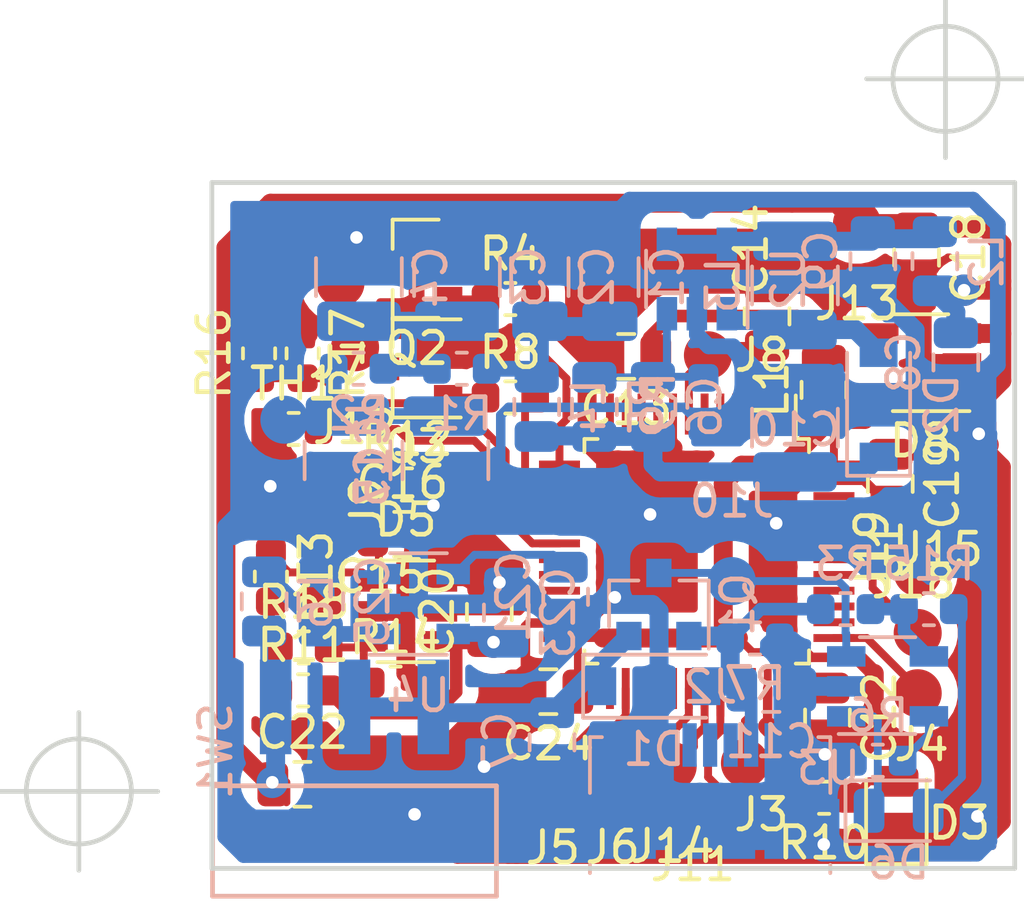
<source format=kicad_pcb>
(kicad_pcb (version 20171130) (host pcbnew 5.1.8+dfsg1-1~bpo10+1)
  (layers (0 F.Cu signal) (31 B.Cu signal) (34 B.Paste user) (35 F.Paste user hide) (36 B.SilkS user) (37 F.SilkS user) (38 B.Mask user) (39 F.Mask user) (44 Edge.Cuts user))
  (net 0 "")
  (net 1 GND)
  (net 2 "Net-(C9-Pad1)")
  (net 3 "Net-(C15-Pad1)")
  (net 4 "Net-(D2-Pad2)")
  (net 5 "Net-(C10-Pad1)")
  (net 6 +3V3)
  (net 7 "Net-(C1-Pad1)")
  (net 8 "Net-(C3-Pad1)")
  (net 9 "Net-(C6-Pad2)")
  (net 10 "Net-(C14-Pad1)")
  (net 11 "Net-(C16-Pad1)")
  (net 12 "Net-(D3-Pad2)")
  (net 13 "Net-(J10-Pad1)")
  (net 14 "Net-(R6-Pad1)")
  (net 15 "Net-(D6-Pad1)")
  (net 16 "Net-(D6-Pad2)")
  (net 17 "Net-(R15-Pad2)")
  (net 18 "Net-(C7-Pad1)")
  (net 19 +5V)
  (net 20 +3.3VADC)
  (net 21 "Net-(C21-Pad1)")
  (net 22 "Net-(C25-Pad1)")
  (net 23 "Net-(C17-Pad1)")
  (net 24 "Net-(D5-Pad5)")
  (net 25 "Net-(J7-Pad1)")
  (net 26 "Net-(J12-Pad1)")
  (net 27 "Net-(Q2-Pad1)")
  (net 28 "Net-(Q3-Pad1)")
  (net 29 "Net-(R11-Pad1)")
  (net 30 "Net-(C15-Pad2)")
  (net 31 "Net-(C11-Pad1)")
  (net 32 "Net-(J3-Pad1)")
  (net 33 "Net-(J4-Pad1)")
  (net 34 "Net-(J18-Pad1)")
  (net 35 "Net-(J19-Pad1)")
  (net 36 "Net-(R4-Pad2)")
  (net 37 "Net-(R8-Pad2)")
  (net 38 "Net-(R10-Pad2)")
  (net 39 "Net-(R16-Pad1)")
  (net 40 +3.3VA)
  (net 41 uart_rxd)
  (net 42 uart_txd)
  (net 43 "Net-(D4-Pad11)")
  (net 44 "Net-(TH1-Pad2)")
  (module Resistor_SMD:R_0805_2012Metric (layer B.Cu) (at 35.10026 75.92084 90)
    (fp_text reference R5 (at 0 1.65 90) (layer B.SilkS) (effects (justify mirror)))
    (fp_text value 300k)
    (pad 2 smd roundrect (at 0.9375 0 90) (size 0.975 1.4) (layers B.Cu B.Paste B.Mask) (net 9 "Net-(C6-Pad2)"))
    (pad 1 smd roundrect (at -0.9375 0 90) (size 0.975 1.4) (layers B.Cu B.Paste B.Mask) (net 5 "Net-(C10-Pad1)"))
  )
  (module Inductor_SMD:L_0805_2012Metric (layer B.Cu) (at 33.27146 75.92084 90)
    (fp_text reference L4 (at 0 1.65 -90) (layer B.SilkS) (effects (justify mirror)))
    (fp_text value 47uH)
    (pad 2 smd roundrect (at 0.9375 0 90) (size 0.975 1.4) (layers B.Cu B.Paste B.Mask) (net 7 "Net-(C1-Pad1)"))
    (pad 1 smd roundrect (at -0.9375 0 90) (size 0.975 1.4) (layers B.Cu B.Paste B.Mask) (net 5 "Net-(C10-Pad1)"))
  )
  (module Resistor_SMD:R_0603_1608Metric (layer F.Cu) (at 25.88768 83.54568)
    (fp_text reference R18 (at 0 -1.43) (layer F.SilkS))
    (fp_text value 220)
    (pad 2 smd roundrect (at 0.7875 0) (size 0.875 0.95) (layers F.Cu F.Paste F.Mask) (net 3 "Net-(C15-Pad1)"))
    (pad 1 smd roundrect (at -0.7875 0) (size 0.875 0.95) (layers F.Cu F.Paste F.Mask) (net 29 "Net-(R11-Pad1)"))
  )
  (module Resistor_SMD:R_0603_1608Metric (layer F.Cu) (at 25.85212 74.22388 270)
    (fp_text reference R17 (at 0 -1.43 90) (layer F.SilkS))
    (fp_text value 10k)
    (pad 2 smd roundrect (at 0.7875 0 270) (size 0.875 0.95) (layers F.Cu F.Paste F.Mask) (net 39 "Net-(R16-Pad1)"))
    (pad 1 smd roundrect (at -0.7875 0 270) (size 0.875 0.95) (layers F.Cu F.Paste F.Mask) (net 1 GND))
  )
  (module Resistor_SMD:R_0603_1608Metric (layer F.Cu) (at 24.47036 74.22388 90)
    (fp_text reference R16 (at 0 -1.43 90) (layer F.SilkS))
    (fp_text value 10k)
    (pad 2 smd roundrect (at 0.7875 0 90) (size 0.875 0.95) (layers F.Cu F.Paste F.Mask) (net 19 +5V))
    (pad 1 smd roundrect (at -0.7875 0 90) (size 0.875 0.95) (layers F.Cu F.Paste F.Mask) (net 39 "Net-(R16-Pad1)"))
  )
  (module Resistor_SMD:R_0603_1608Metric (layer B.Cu) (at 45.70476 82.33156 180)
    (fp_text reference R15 (at 0 1.43) (layer B.SilkS) (effects (justify mirror)))
    (fp_text value 1k)
    (pad 2 smd roundrect (at 0.7875 0 180) (size 0.875 0.95) (layers B.Cu B.Paste B.Mask) (net 17 "Net-(R15-Pad2)"))
    (pad 1 smd roundrect (at -0.7875 0 180) (size 0.875 0.95) (layers B.Cu B.Paste B.Mask) (net 16 "Net-(D6-Pad2)"))
  )
  (module Resistor_SMD:R_0603_1608Metric (layer F.Cu) (at 28.79852 84.66328)
    (fp_text reference R14 (at 0 -1.43) (layer F.SilkS))
    (fp_text value 12k)
    (pad 2 smd roundrect (at 0.7875 0) (size 0.875 0.95) (layers F.Cu F.Paste F.Mask) (net 1 GND))
    (pad 1 smd roundrect (at -0.7875 0) (size 0.875 0.95) (layers F.Cu F.Paste F.Mask) (net 3 "Net-(C15-Pad1)"))
  )
  (module Resistor_SMD:R_0603_1608Metric (layer F.Cu) (at 24.84628 81.30032 270)
    (fp_text reference R13 (at 0 -1.43 90) (layer F.SilkS))
    (fp_text value 4.7k)
    (pad 2 smd roundrect (at 0.7875 0 270) (size 0.875 0.95) (layers F.Cu F.Paste F.Mask) (net 29 "Net-(R11-Pad1)"))
    (pad 1 smd roundrect (at -0.7875 0 270) (size 0.875 0.95) (layers F.Cu F.Paste F.Mask) (net 11 "Net-(C16-Pad1)"))
  )
  (module Resistor_SMD:R_0603_1608Metric (layer F.Cu) (at 29.1592 78.37932)
    (fp_text reference R12 (at 0 -1.43) (layer F.SilkS))
    (fp_text value 2.2k)
    (pad 2 smd roundrect (at 0.7875 0) (size 0.875 0.95) (layers F.Cu F.Paste F.Mask) (net 1 GND))
    (pad 1 smd roundrect (at -0.7875 0) (size 0.875 0.95) (layers F.Cu F.Paste F.Mask) (net 30 "Net-(C15-Pad2)"))
  )
  (module Resistor_SMD:R_0603_1608Metric (layer F.Cu) (at 25.86736 84.90712)
    (fp_text reference R11 (at 0 -1.43) (layer F.SilkS))
    (fp_text value 100k)
    (pad 2 smd roundrect (at 0.7875 0) (size 0.875 0.95) (layers F.Cu F.Paste F.Mask) (net 20 +3.3VADC))
    (pad 1 smd roundrect (at -0.7875 0) (size 0.875 0.95) (layers F.Cu F.Paste F.Mask) (net 29 "Net-(R11-Pad1)"))
  )
  (module Resistor_SMD:R_0603_1608Metric (layer F.Cu) (at 42.38244 88.31072 180)
    (fp_text reference R10 (at 0 -1.43) (layer F.SilkS))
    (fp_text value 1k)
    (pad 2 smd roundrect (at 0.7875 0 180) (size 0.875 0.95) (layers F.Cu F.Paste F.Mask) (net 38 "Net-(R10-Pad2)"))
    (pad 1 smd roundrect (at -0.7875 0 180) (size 0.875 0.95) (layers F.Cu F.Paste F.Mask) (net 12 "Net-(D3-Pad2)"))
  )
  (module Resistor_SMD:R_0603_1608Metric (layer B.Cu) (at 38.5572 75.78852 270)
    (fp_text reference R9 (at 0 1.43 90) (layer B.SilkS) (effects (justify mirror)))
    (fp_text value 13k)
    (pad 2 smd roundrect (at 0.7875 0 270) (size 0.875 0.95) (layers B.Cu B.Paste B.Mask) (net 1 GND))
    (pad 1 smd roundrect (at -0.7875 0 270) (size 0.875 0.95) (layers B.Cu B.Paste B.Mask) (net 9 "Net-(C6-Pad2)"))
  )
  (module Resistor_SMD:R_0603_1608Metric (layer F.Cu) (at 32.4358 75.62088)
    (fp_text reference R8 (at 0 -1.43) (layer F.SilkS))
    (fp_text value 10k)
    (pad 2 smd roundrect (at 0.7875 0) (size 0.875 0.95) (layers F.Cu F.Paste F.Mask) (net 37 "Net-(R8-Pad2)"))
    (pad 1 smd roundrect (at -0.7875 0) (size 0.875 0.95) (layers F.Cu F.Paste F.Mask) (net 28 "Net-(Q3-Pad1)"))
  )
  (module Resistor_SMD:R_0603_1608Metric (layer B.Cu) (at 40.19296 83.2612)
    (fp_text reference R7 (at 0 1.43) (layer B.SilkS) (effects (justify mirror)))
    (fp_text value 10k)
    (pad 2 smd roundrect (at 0.7875 0) (size 0.875 0.95) (layers B.Cu B.Paste B.Mask) (net 1 GND))
    (pad 1 smd roundrect (at -0.7875 0) (size 0.875 0.95) (layers B.Cu B.Paste B.Mask) (net 31 "Net-(C11-Pad1)"))
  )
  (module Resistor_SMD:R_0603_1608Metric (layer B.Cu) (at 44.08424 87.13724 180)
    (fp_text reference R6 (at 0 1.43) (layer B.SilkS) (effects (justify mirror)))
    (fp_text value 20k)
    (pad 2 smd roundrect (at 0.7875 0 180) (size 0.875 0.95) (layers B.Cu B.Paste B.Mask) (net 1 GND))
    (pad 1 smd roundrect (at -0.7875 0 180) (size 0.875 0.95) (layers B.Cu B.Paste B.Mask) (net 14 "Net-(R6-Pad1)"))
  )
  (module Resistor_SMD:R_0603_1608Metric (layer F.Cu) (at 32.4358 72.50176)
    (fp_text reference R4 (at 0 -1.43) (layer F.SilkS))
    (fp_text value 10k)
    (pad 2 smd roundrect (at 0.7875 0) (size 0.875 0.95) (layers F.Cu F.Paste F.Mask) (net 36 "Net-(R4-Pad2)"))
    (pad 1 smd roundrect (at -0.7875 0) (size 0.875 0.95) (layers F.Cu F.Paste F.Mask) (net 27 "Net-(Q2-Pad1)"))
  )
  (module Resistor_SMD:R_0603_1608Metric (layer B.Cu) (at 43.06316 82.33156 180)
    (fp_text reference R3 (at 0 1.43) (layer B.SilkS) (effects (justify mirror)))
    (fp_text value 1R)
    (pad 2 smd roundrect (at 0.7875 0 180) (size 0.875 0.95) (layers B.Cu B.Paste B.Mask) (net 31 "Net-(C11-Pad1)"))
    (pad 1 smd roundrect (at -0.7875 0 180) (size 0.875 0.95) (layers B.Cu B.Paste B.Mask) (net 17 "Net-(R15-Pad2)"))
  )
  (module Resistor_SMD:R_0603_1608Metric (layer B.Cu) (at 27.62504 74.71156)
    (fp_text reference R2 (at 0 1.43) (layer B.SilkS) (effects (justify mirror)))
    (fp_text value 1k)
    (pad 2 smd roundrect (at 0.7875 0) (size 0.875 0.95) (layers B.Cu B.Paste B.Mask) (net 8 "Net-(C3-Pad1)"))
    (pad 1 smd roundrect (at -0.7875 0) (size 0.875 0.95) (layers B.Cu B.Paste B.Mask) (net 23 "Net-(C17-Pad1)"))
  )
  (module Resistor_SMD:R_0603_1608Metric (layer B.Cu) (at 30.89656 74.71156)
    (fp_text reference R1 (at 0 1.43) (layer B.SilkS) (effects (justify mirror)))
    (fp_text value 100)
    (pad 2 smd roundrect (at 0.7875 0) (size 0.875 0.95) (layers B.Cu B.Paste B.Mask) (net 7 "Net-(C1-Pad1)"))
    (pad 1 smd roundrect (at -0.7875 0) (size 0.875 0.95) (layers B.Cu B.Paste B.Mask) (net 8 "Net-(C3-Pad1)"))
  )
  (module My-library:SMD-CONN (layer F.Cu) (at 46.08576 77.89672)
    (fp_text reference J15 (at 0 2.54) (layer F.SilkS))
    (fp_text value +BT)
    (pad 1 smd circle (at 0 0) (size 1.524 1.524) (layers F.Cu F.Paste F.Mask) (net 6 +3V3))
  )
  (module My-library:SMD-CONN (layer F.Cu) (at 37.58184 87.30996)
    (fp_text reference J14 (at 0 2.54) (layer F.SilkS))
    (fp_text value RxD)
    (pad 1 smd circle (at 0 0) (size 1.524 1.524) (layers F.Cu F.Paste F.Mask) (net 41 uart_rxd))
  )
  (module My-library:SMD-CONN (layer F.Cu) (at 35.68192 87.34044)
    (fp_text reference J6 (at 0 2.54) (layer F.SilkS))
    (fp_text value TxD)
    (pad 1 smd circle (at 0 0) (size 1.524 1.524) (layers F.Cu F.Paste F.Mask) (net 42 uart_txd))
  )
  (module My-library:SMD-CONN (layer F.Cu) (at 33.78708 87.35568)
    (fp_text reference J5 (at 0 2.54) (layer F.SilkS))
    (fp_text value Stat)
    (pad 1 smd circle (at 0 0) (size 1.524 1.524) (layers F.Cu F.Paste F.Mask) (net 43 "Net-(D4-Pad11)"))
  )
  (module Capacitor_SMD:C_0805_2012Metric (layer F.Cu) (at 25.8445 87.884)
    (fp_text reference C22 (at 0 -1.65) (layer F.SilkS))
    (fp_text value CL21A226MQQNNNE)
    (pad 2 smd roundrect (at 0.9375 0) (size 0.975 1.4) (layers F.Cu F.Paste F.Mask) (net 1 GND))
    (pad 1 smd roundrect (at -0.9375 0) (size 0.975 1.4) (layers F.Cu F.Paste F.Mask) (net 19 +5V))
  )
  (module Resistor_SMD:R_0603_1608Metric (layer F.Cu) (at 25.56764 76.62164)
    (fp_text reference TH1 (at 0 -1.43) (layer F.SilkS))
    (fp_text value NCP18XH103F03RB)
    (pad 2 smd roundrect (at 0.7875 0) (size 0.875 0.95) (layers F.Cu F.Paste F.Mask) (net 44 "Net-(TH1-Pad2)"))
    (pad 1 smd roundrect (at -0.7875 0) (size 0.875 0.95) (layers F.Cu F.Paste F.Mask) (net 1 GND))
  )
  (module Package_QFP:LQFP-48_7x7mm_P0.5mm (layer F.Cu) (at 38.34384 80.49768 270)
    (fp_text reference U1 (at 0 -6 90) (layer F.SilkS))
    (fp_text value STM32F103C8Tx)
    (pad 48 smd rect (at -2.75 -4.35) (size 1.3 0.25) (layers F.Cu F.Paste F.Mask) (net 6 +3V3))
    (pad 47 smd rect (at -2.25 -4.35) (size 1.3 0.25) (layers F.Cu F.Paste F.Mask) (net 1 GND))
    (pad 46 smd rect (at -1.75 -4.35) (size 1.3 0.25) (layers F.Cu F.Paste F.Mask))
    (pad 45 smd rect (at -1.25 -4.35) (size 1.3 0.25) (layers F.Cu F.Paste F.Mask))
    (pad 44 smd rect (at -0.75 -4.35) (size 1.3 0.25) (layers F.Cu F.Paste F.Mask) (net 1 GND))
    (pad 43 smd rect (at -0.25 -4.35) (size 1.3 0.25) (layers F.Cu F.Paste F.Mask) (net 35 "Net-(J19-Pad1)"))
    (pad 42 smd rect (at 0.25 -4.35) (size 1.3 0.25) (layers F.Cu F.Paste F.Mask) (net 34 "Net-(J18-Pad1)"))
    (pad 41 smd rect (at 0.75 -4.35) (size 1.3 0.25) (layers F.Cu F.Paste F.Mask))
    (pad 40 smd rect (at 1.25 -4.35) (size 1.3 0.25) (layers F.Cu F.Paste F.Mask))
    (pad 39 smd rect (at 1.75 -4.35) (size 1.3 0.25) (layers F.Cu F.Paste F.Mask))
    (pad 38 smd rect (at 2.25 -4.35) (size 1.3 0.25) (layers F.Cu F.Paste F.Mask))
    (pad 37 smd rect (at 2.75 -4.35) (size 1.3 0.25) (layers F.Cu F.Paste F.Mask) (net 33 "Net-(J4-Pad1)"))
    (pad 36 smd rect (at 4.35 -2.75 270) (size 1.3 0.25) (layers F.Cu F.Paste F.Mask) (net 6 +3V3))
    (pad 35 smd rect (at 4.35 -2.25 270) (size 1.3 0.25) (layers F.Cu F.Paste F.Mask) (net 1 GND))
    (pad 34 smd rect (at 4.35 -1.75 270) (size 1.3 0.25) (layers F.Cu F.Paste F.Mask) (net 32 "Net-(J3-Pad1)"))
    (pad 33 smd rect (at 4.35 -1.25 270) (size 1.3 0.25) (layers F.Cu F.Paste F.Mask))
    (pad 32 smd rect (at 4.35 -0.75 270) (size 1.3 0.25) (layers F.Cu F.Paste F.Mask) (net 38 "Net-(R10-Pad2)"))
    (pad 31 smd rect (at 4.35 -0.25 270) (size 1.3 0.25) (layers F.Cu F.Paste F.Mask) (net 41 uart_rxd))
    (pad 30 smd rect (at 4.35 0.25 270) (size 1.3 0.25) (layers F.Cu F.Paste F.Mask) (net 42 uart_txd))
    (pad 29 smd rect (at 4.35 0.75 270) (size 1.3 0.25) (layers F.Cu F.Paste F.Mask))
    (pad 28 smd rect (at 4.35 1.25 270) (size 1.3 0.25) (layers F.Cu F.Paste F.Mask))
    (pad 27 smd rect (at 4.35 1.75 270) (size 1.3 0.25) (layers F.Cu F.Paste F.Mask))
    (pad 26 smd rect (at 4.35 2.25 270) (size 1.3 0.25) (layers F.Cu F.Paste F.Mask) (net 43 "Net-(D4-Pad11)"))
    (pad 25 smd rect (at 4.35 2.75 270) (size 1.3 0.25) (layers F.Cu F.Paste F.Mask))
    (pad 24 smd rect (at 2.75 4.35) (size 1.3 0.25) (layers F.Cu F.Paste F.Mask) (net 6 +3V3))
    (pad 23 smd rect (at 2.25 4.35) (size 1.3 0.25) (layers F.Cu F.Paste F.Mask) (net 1 GND))
    (pad 22 smd rect (at 1.75 4.35) (size 1.3 0.25) (layers F.Cu F.Paste F.Mask) (net 24 "Net-(D5-Pad5)"))
    (pad 21 smd rect (at 1.25 4.35) (size 1.3 0.25) (layers F.Cu F.Paste F.Mask))
    (pad 20 smd rect (at 0.75 4.35) (size 1.3 0.25) (layers F.Cu F.Paste F.Mask))
    (pad 19 smd rect (at 0.25 4.35) (size 1.3 0.25) (layers F.Cu F.Paste F.Mask))
    (pad 18 smd rect (at -0.25 4.35) (size 1.3 0.25) (layers F.Cu F.Paste F.Mask) (net 30 "Net-(C15-Pad2)"))
    (pad 17 smd rect (at -0.75 4.35) (size 1.3 0.25) (layers F.Cu F.Paste F.Mask))
    (pad 16 smd rect (at -1.25 4.35) (size 1.3 0.25) (layers F.Cu F.Paste F.Mask) (net 44 "Net-(TH1-Pad2)"))
    (pad 15 smd rect (at -1.75 4.35) (size 1.3 0.25) (layers F.Cu F.Paste F.Mask) (net 39 "Net-(R16-Pad1)"))
    (pad 14 smd rect (at -2.25 4.35) (size 1.3 0.25) (layers F.Cu F.Paste F.Mask) (net 37 "Net-(R8-Pad2)"))
    (pad 13 smd rect (at -2.75 4.35) (size 1.3 0.25) (layers F.Cu F.Paste F.Mask) (net 36 "Net-(R4-Pad2)"))
    (pad 12 smd rect (at -4.35 2.75 270) (size 1.3 0.25) (layers F.Cu F.Paste F.Mask))
    (pad 11 smd rect (at -4.35 2.25 270) (size 1.3 0.25) (layers F.Cu F.Paste F.Mask))
    (pad 10 smd rect (at -4.35 1.75 270) (size 1.3 0.25) (layers F.Cu F.Paste F.Mask))
    (pad 9 smd rect (at -4.35 1.25 270) (size 1.3 0.25) (layers F.Cu F.Paste F.Mask) (net 40 +3.3VA))
    (pad 8 smd rect (at -4.35 0.75 270) (size 1.3 0.25) (layers F.Cu F.Paste F.Mask) (net 1 GND))
    (pad 7 smd rect (at -4.35 0.25 270) (size 1.3 0.25) (layers F.Cu F.Paste F.Mask) (net 10 "Net-(C14-Pad1)"))
    (pad 6 smd rect (at -4.35 -0.25 270) (size 1.3 0.25) (layers F.Cu F.Paste F.Mask))
    (pad 5 smd rect (at -4.35 -0.75 270) (size 1.3 0.25) (layers F.Cu F.Paste F.Mask))
    (pad 4 smd rect (at -4.35 -1.25 270) (size 1.3 0.25) (layers F.Cu F.Paste F.Mask))
    (pad 3 smd rect (at -4.35 -1.75 270) (size 1.3 0.25) (layers F.Cu F.Paste F.Mask))
    (pad 2 smd rect (at -4.35 -2.25 270) (size 1.3 0.25) (layers F.Cu F.Paste F.Mask))
    (pad 1 smd rect (at -4.35 -2.75 270) (size 1.3 0.25) (layers F.Cu F.Paste F.Mask) (net 6 +3V3))
  )
  (module Inductor_SMD:L_0805_2012Metric (layer F.Cu) (at 42.37736 75.38212 90)
    (fp_text reference L1 (at 0 -1.65 90) (layer F.SilkS))
    (fp_text value 47uH)
    (pad 2 smd roundrect (at 0.9375 0 90) (size 0.975 1.4) (layers F.Cu F.Paste F.Mask) (net 40 +3.3VA))
    (pad 1 smd roundrect (at -0.9375 0 90) (size 0.975 1.4) (layers F.Cu F.Paste F.Mask) (net 6 +3V3))
  )
  (module Capacitor_SMD:C_0805_2012Metric (layer F.Cu) (at 44.48048 78.359 270)
    (fp_text reference C19 (at 0 -1.65 90) (layer F.SilkS))
    (fp_text value CL21A226MQQNNNE)
    (pad 2 smd roundrect (at 0.9375 0 270) (size 0.975 1.4) (layers F.Cu F.Paste F.Mask) (net 1 GND))
    (pad 1 smd roundrect (at -0.9375 0 270) (size 0.975 1.4) (layers F.Cu F.Paste F.Mask) (net 6 +3V3))
  )
  (module Capacitor_SMD:C_0805_2012Metric (layer F.Cu) (at 29.01188 79.9592)
    (fp_text reference C16 (at 0 -1.65) (layer F.SilkS))
    (fp_text value 10nF)
    (pad 1 smd roundrect (at -0.9375 0) (size 0.975 1.4) (layers F.Cu F.Paste F.Mask) (net 11 "Net-(C16-Pad1)"))
    (pad 2 smd roundrect (at 0.9375 0) (size 0.975 1.4) (layers F.Cu F.Paste F.Mask) (net 1 GND))
  )
  (module Capacitor_SMD:C_0805_2012Metric (layer F.Cu) (at 45.3136 71.18604 270)
    (fp_text reference C18 (at 0 -1.65 90) (layer F.SilkS))
    (fp_text value CL21A226MQQNNNE)
    (pad 2 smd roundrect (at 0.9375 0 270) (size 0.975 1.4) (layers F.Cu F.Paste F.Mask) (net 1 GND))
    (pad 1 smd roundrect (at -0.9375 0 270) (size 0.975 1.4) (layers F.Cu F.Paste F.Mask) (net 19 +5V))
  )
  (module Capacitor_SMD:C_0805_2012Metric (layer F.Cu) (at 36.10864 74.3204 180)
    (fp_text reference C13 (at 0 -1.65) (layer F.SilkS))
    (fp_text value CL21A226MQQNNNE)
    (pad 2 smd roundrect (at 0.9375 0 180) (size 0.975 1.4) (layers F.Cu F.Paste F.Mask) (net 1 GND))
    (pad 1 smd roundrect (at -0.9375 0 180) (size 0.975 1.4) (layers F.Cu F.Paste F.Mask) (net 40 +3.3VA))
  )
  (module Capacitor_SMD:C_0805_2012Metric (layer F.Cu) (at 26.42108 81.1657 90)
    (fp_text reference C15 (at -0.13438 1.89484) (layer F.SilkS))
    (fp_text value 470pF)
    (pad 2 smd roundrect (at 0.9375 0 90) (size 0.975 1.4) (layers F.Cu F.Paste F.Mask) (net 30 "Net-(C15-Pad2)"))
    (pad 1 smd roundrect (at -0.9375 0 90) (size 0.975 1.4) (layers F.Cu F.Paste F.Mask) (net 3 "Net-(C15-Pad1)"))
  )
  (module My-library:MySwithc (layer B.Cu) (at 27.4955 86.9315 90)
    (fp_text reference SW1 (at 0.1 -4.4 90) (layer B.SilkS) (effects (justify mirror)))
    (fp_text value power)
    (pad 3 smd rect (at 1.5 -2.5 90) (size 3 1) (layers B.Cu B.Paste B.Mask) (net 19 +5V))
    (pad 2 smd rect (at 1.5 0 90) (size 3 1) (layers B.Cu B.Paste B.Mask) (net 18 "Net-(C7-Pad1)"))
    (pad 1 smd rect (at 1.5 2.5 90) (size 3 1) (layers B.Cu B.Paste B.Mask) (net 18 "Net-(C7-Pad1)"))
  )
  (module Package_TO_SOT_SMD:SOT-23 (layer F.Cu) (at 29.464 74.676 180)
    (fp_text reference Q3 (at 0 -2.5) (layer F.SilkS))
    (fp_text value KT231)
    (pad 3 smd rect (at 1 0 180) (size 0.9 0.8) (layers F.Cu F.Paste F.Mask) (net 26 "Net-(J12-Pad1)"))
    (pad 2 smd rect (at -1 0.95 180) (size 0.9 0.8) (layers F.Cu F.Paste F.Mask) (net 1 GND))
    (pad 1 smd rect (at -1 -0.95 180) (size 0.9 0.8) (layers F.Cu F.Paste F.Mask) (net 28 "Net-(Q3-Pad1)"))
  )
  (module Package_TO_SOT_SMD:SOT-23 (layer F.Cu) (at 29.464 71.5645 180)
    (fp_text reference Q2 (at 0 -2.5) (layer F.SilkS))
    (fp_text value KT231)
    (pad 3 smd rect (at 1 0 180) (size 0.9 0.8) (layers F.Cu F.Paste F.Mask) (net 25 "Net-(J7-Pad1)"))
    (pad 2 smd rect (at -1 0.95 180) (size 0.9 0.8) (layers F.Cu F.Paste F.Mask) (net 1 GND))
    (pad 1 smd rect (at -1 -0.95 180) (size 0.9 0.8) (layers F.Cu F.Paste F.Mask) (net 27 "Net-(Q2-Pad1)"))
  )
  (module My-library:SMD-CONN (layer F.Cu) (at 43.42384 70.10908)
    (fp_text reference J13 (at 0 2.54) (layer F.SilkS))
    (fp_text value +BAT)
    (pad 1 smd circle (at 0 0) (size 1.524 1.524) (layers F.Cu F.Paste F.Mask) (net 19 +5V))
  )
  (module My-library:SMD-CONN (layer F.Cu) (at 27.51328 74.03084)
    (fp_text reference J12 (at 0 2.54) (layer F.SilkS))
    (fp_text value Buzzer)
    (pad 1 smd circle (at 0 0) (size 1.524 1.524) (layers F.Cu F.Paste F.Mask) (net 26 "Net-(J12-Pad1)"))
  )
  (module My-library:SMD-CONN (layer F.Cu) (at 27.051 71.99376)
    (fp_text reference J7 (at 0 2.54) (layer F.SilkS))
    (fp_text value Vibro)
    (pad 1 smd circle (at 0 0) (size 1.524 1.524) (layers F.Cu F.Paste F.Mask) (net 25 "Net-(J7-Pad1)"))
  )
  (module Capacitor_SMD:C_0805_2012Metric (layer B.Cu) (at 26.42616 82.08772 90)
    (fp_text reference C25 (at 0 1.65 90) (layer B.SilkS) (effects (justify mirror)))
    (fp_text value CL21A226MQQNNNE)
    (pad 1 smd roundrect (at -0.9375 0 90) (size 0.975 1.4) (layers B.Cu B.Paste B.Mask) (net 22 "Net-(C25-Pad1)"))
    (pad 2 smd roundrect (at 0.9375 0 90) (size 0.975 1.4) (layers B.Cu B.Paste B.Mask) (net 1 GND))
  )
  (module Package_TO_SOT_SMD:SOT-23-5 (layer B.Cu) (at 38.34892 71.86676 90)
    (fp_text reference U2 (at 0 2.9 90) (layer B.SilkS) (effects (justify mirror)))
    (fp_text value LM2733YMF)
    (pad 1 smd rect (at -1.1 0.95 90) (size 1.06 0.65) (layers B.Cu B.Paste B.Mask) (net 4 "Net-(D2-Pad2)"))
    (pad 2 smd rect (at -1.1 0 90) (size 1.06 0.65) (layers B.Cu B.Paste B.Mask) (net 1 GND))
    (pad 3 smd rect (at -1.1 -0.95 90) (size 1.06 0.65) (layers B.Cu B.Paste B.Mask) (net 9 "Net-(C6-Pad2)"))
    (pad 4 smd rect (at 1.1 -0.95 90) (size 1.06 0.65) (layers B.Cu B.Paste B.Mask) (net 2 "Net-(C9-Pad1)"))
    (pad 5 smd rect (at 1.1 0.95 90) (size 1.06 0.65) (layers B.Cu B.Paste B.Mask) (net 2 "Net-(C9-Pad1)"))
  )
  (module Inductor_SMD:L_0805_2012Metric (layer B.Cu) (at 24.63292 82.08772 90)
    (fp_text reference L6 (at 0 1.65 90) (layer B.SilkS) (effects (justify mirror)))
    (fp_text value 47uH)
    (pad 1 smd roundrect (at -0.9375 0 90) (size 0.975 1.4) (layers B.Cu B.Paste B.Mask) (net 19 +5V))
    (pad 2 smd roundrect (at 0.9375 0 90) (size 0.975 1.4) (layers B.Cu B.Paste B.Mask) (net 22 "Net-(C25-Pad1)"))
  )
  (module Package_TO_SOT_SMD:SOT-23-5 (layer B.Cu) (at 29.52496 82.169)
    (fp_text reference U4 (at 0 2.9 -180) (layer B.SilkS) (effects (justify mirror)))
    (fp_text value LP2985-3)
    (pad 1 smd rect (at -1.1 0.95) (size 1.06 0.65) (layers B.Cu B.Paste B.Mask) (net 22 "Net-(C25-Pad1)"))
    (pad 2 smd rect (at -1.1 0) (size 1.06 0.65) (layers B.Cu B.Paste B.Mask) (net 1 GND))
    (pad 3 smd rect (at -1.1 -0.95) (size 1.06 0.65) (layers B.Cu B.Paste B.Mask) (net 22 "Net-(C25-Pad1)"))
    (pad 4 smd rect (at 1.1 -0.95) (size 1.06 0.65) (layers B.Cu B.Paste B.Mask) (net 21 "Net-(C21-Pad1)"))
    (pad 5 smd rect (at 1.1 0.95) (size 1.06 0.65) (layers B.Cu B.Paste B.Mask) (net 20 +3.3VADC))
  )
  (module Package_TO_SOT_SMD:SOT-23 (layer B.Cu) (at 37.14496 82.18424 90)
    (fp_text reference Q1 (at 0 2.5 270) (layer B.SilkS) (effects (justify mirror)))
    (fp_text value IRLML5203)
    (pad 1 smd rect (at -1 0.95 90) (size 0.9 0.8) (layers B.Cu B.Paste B.Mask) (net 31 "Net-(C11-Pad1)"))
    (pad 2 smd rect (at -1 -0.95 90) (size 0.9 0.8) (layers B.Cu B.Paste B.Mask) (net 18 "Net-(C7-Pad1)"))
    (pad 3 smd rect (at 1 0 90) (size 0.9 0.8) (layers B.Cu B.Paste B.Mask) (net 13 "Net-(J10-Pad1)"))
  )
  (module My-library:SMD-CONN (layer F.Cu) (at 45.34916 84.99856)
    (fp_text reference J4 (at 0.125 1.625) (layer F.SilkS))
    (fp_text value SWCLK)
    (pad 1 smd circle (at 0 0) (size 1.524 1.524) (layers F.Cu F.Paste F.Mask) (net 33 "Net-(J4-Pad1)"))
  )
  (module My-library:SMD-CONN (layer F.Cu) (at 39.87292 87.21344)
    (fp_text reference J3 (at 0.52324 1.63068) (layer F.SilkS))
    (fp_text value SWDIO)
    (pad 1 smd circle (at 0 0) (size 1.524 1.524) (layers F.Cu F.Paste F.Mask) (net 32 "Net-(J3-Pad1)"))
  )
  (module Package_TO_SOT_SMD:TSOT-23-5 (layer B.Cu) (at 44.39412 84.78012)
    (fp_text reference U3 (at -1.87388 2.59084) (layer B.SilkS) (effects (justify mirror)))
    (fp_text value LTC4054ES5-4.2)
    (pad 1 smd rect (at -1.31 0.95) (size 1.22 0.65) (layers B.Cu B.Paste B.Mask) (net 15 "Net-(D6-Pad1)"))
    (pad 2 smd rect (at -1.31 0) (size 1.22 0.65) (layers B.Cu B.Paste B.Mask) (net 1 GND))
    (pad 3 smd rect (at -1.31 -0.95) (size 1.22 0.65) (layers B.Cu B.Paste B.Mask) (net 13 "Net-(J10-Pad1)"))
    (pad 4 smd rect (at 1.31 -0.95) (size 1.22 0.65) (layers B.Cu B.Paste B.Mask) (net 17 "Net-(R15-Pad2)"))
    (pad 5 smd rect (at 1.31 0.95) (size 1.22 0.65) (layers B.Cu B.Paste B.Mask) (net 14 "Net-(R6-Pad1)"))
  )
  (module LED_SMD:LED_0805_2012Metric (layer F.Cu) (at 44.67352 88.72728 90)
    (fp_text reference D3 (at -0.38378 1.99644 180) (layer F.SilkS))
    (fp_text value LED)
    (pad 1 smd roundrect (at -0.9375 0 90) (size 0.975 1.4) (layers F.Cu F.Paste F.Mask) (net 1 GND))
    (pad 2 smd roundrect (at 0.9375 0 90) (size 0.975 1.4) (layers F.Cu F.Paste F.Mask) (net 12 "Net-(D3-Pad2)"))
  )
  (module Capacitor_SMD:C_1210_3225Metric (layer B.Cu) (at 27.27452 77.61224 270)
    (fp_text reference C5 (at 0.506302 -0.773741 90) (layer B.SilkS) (effects (justify mirror)))
    (fp_text value GRM32ER71H106K)
    (pad 2 smd roundrect (at 1.4 0 270) (size 1.25 2.65) (layers B.Cu B.Paste B.Mask) (roundrect_rratio 0.2) (net 1 GND))
    (pad 1 smd roundrect (at -1.4 0 270) (size 1.25 2.65) (layers B.Cu B.Paste B.Mask) (roundrect_rratio 0.2) (net 23 "Net-(C17-Pad1)"))
  )
  (module Capacitor_SMD:C_0805_2012Metric (layer B.Cu) (at 36.957 75.92084 90)
    (fp_text reference C6 (at 0 1.65 -90) (layer B.SilkS) (effects (justify mirror)))
    (fp_text value 82pF)
    (pad 2 smd roundrect (at 0.9375 0 90) (size 0.975 1.4) (layers B.Cu B.Paste B.Mask) (net 9 "Net-(C6-Pad2)"))
    (pad 1 smd roundrect (at -0.9375 0 90) (size 0.975 1.4) (layers B.Cu B.Paste B.Mask) (net 5 "Net-(C10-Pad1)"))
  )
  (module Capacitor_SMD:C_1210_3225Metric (layer B.Cu) (at 41.45788 76.581 90)
    (fp_text reference C10 (at -0.0665 0) (layer B.SilkS) (effects (justify mirror)))
    (fp_text value GRM32ER71H106K)
    (pad 1 smd roundrect (at -1.4 0 90) (size 1.25 2.65) (layers B.Cu B.Paste B.Mask) (roundrect_rratio 0.2) (net 5 "Net-(C10-Pad1)"))
    (pad 2 smd roundrect (at 1.4 0 90) (size 1.25 2.65) (layers B.Cu B.Paste B.Mask) (roundrect_rratio 0.2) (net 1 GND))
  )
  (module Diode_SMD:D_SOD-123 (layer B.Cu) (at 36.99256 84.77504)
    (fp_text reference D1 (at 0 2) (layer B.SilkS) (effects (justify mirror)))
    (fp_text value MBR0520LT)
    (pad 1 smd rect (at -1.65 0) (size 0.9 1.2) (layers B.Cu B.Paste B.Mask) (net 18 "Net-(C7-Pad1)"))
    (pad 2 smd rect (at 1.65 0) (size 0.9 1.2) (layers B.Cu B.Paste B.Mask) (net 31 "Net-(C11-Pad1)"))
  )
  (module Diode_SMD:D_SOD-123 (layer B.Cu) (at 44.10964 75.85456 90)
    (fp_text reference D2 (at 0 2 90) (layer B.SilkS) (effects (justify mirror)))
    (fp_text value MBR0540LT)
    (pad 2 smd rect (at 1.65 0 90) (size 0.9 1.2) (layers B.Cu B.Paste B.Mask) (net 4 "Net-(D2-Pad2)"))
    (pad 1 smd rect (at -1.65 0 90) (size 0.9 1.2) (layers B.Cu B.Paste B.Mask) (net 5 "Net-(C10-Pad1)"))
  )
  (module LED_SMD:LED_0805_2012Metric (layer B.Cu) (at 44.74464 88.7222)
    (fp_text reference D6 (at 0 1.65 180) (layer B.SilkS) (effects (justify mirror)))
    (fp_text value LED)
    (pad 1 smd roundrect (at -0.9375 0) (size 0.975 1.4) (layers B.Cu B.Paste B.Mask) (net 15 "Net-(D6-Pad1)"))
    (pad 2 smd roundrect (at 0.9375 0) (size 0.975 1.4) (layers B.Cu B.Paste B.Mask) (net 16 "Net-(D6-Pad2)"))
  )
  (module My-library:SMD-CONN (layer B.Cu) (at 25.273 76.327 270)
    (fp_text reference J1 (at 0 -2.54 90) (layer B.SilkS) (effects (justify mirror)))
    (fp_text value "SiPM Catode(3) 29.6v")
    (pad 1 smd circle (at 0 0 270) (size 1.524 1.524) (layers B.Cu B.Paste B.Mask) (net 23 "Net-(C17-Pad1)"))
  )
  (module My-library:SMD-CONN (layer F.Cu) (at 26.63444 78.3717 90)
    (fp_text reference J9 (at -0.62484 1.26492 90) (layer F.SilkS))
    (fp_text value "SiPM Anode(1)")
    (pad 1 smd circle (at 0 0 90) (size 1.524 1.524) (layers F.Cu F.Paste F.Mask) (net 30 "Net-(C15-Pad2)"))
  )
  (module My-library:SMD-CONN (layer B.Cu) (at 39.45636 81.44256)
    (fp_text reference J10 (at 0 -2.54) (layer B.SilkS) (effects (justify mirror)))
    (fp_text value B+)
    (pad 1 smd circle (at 0 0) (size 1.524 1.524) (layers B.Cu B.Paste B.Mask) (net 13 "Net-(J10-Pad1)"))
  )
  (module My-library:SMD-CONN (layer F.Cu) (at 39.88308 89.5096)
    (fp_text reference J11 (at -1.66116 0.91948) (layer F.SilkS))
    (fp_text value B-)
    (pad 1 smd circle (at 0 0) (size 1.524 1.524) (layers F.Cu F.Paste F.Mask) (net 1 GND))
  )
  (module Capacitor_SMD:C_0805_2012Metric (layer F.Cu) (at 40.57396 73.0504 90)
    (fp_text reference C14 (at 2.12574 -0.50292 90) (layer F.SilkS))
    (fp_text value 0.1uF)
    (pad 1 smd roundrect (at -0.9375 0 90) (size 0.975 1.4) (layers F.Cu F.Paste F.Mask) (net 10 "Net-(C14-Pad1)"))
    (pad 2 smd roundrect (at 0.9375 0 90) (size 0.975 1.4) (layers F.Cu F.Paste F.Mask) (net 1 GND))
  )
  (module My-library:SMD-CONN (layer F.Cu) (at 38.69944 74.28484 180)
    (fp_text reference J8 (at -1.71196 0.00508 180) (layer F.SilkS))
    (fp_text value nRST)
    (pad 1 smd circle (at 0 0 180) (size 1.524 1.524) (layers F.Cu F.Paste F.Mask) (net 10 "Net-(C14-Pad1)"))
  )
  (module My-library:SMD-CONN (layer F.Cu) (at 45.34916 83.08848 180)
    (fp_text reference J18 (at 0.125 1.625 180) (layer F.SilkS))
    (fp_text value I2C-SCL)
    (pad 1 smd circle (at 0 0 180) (size 1.524 1.524) (layers F.Cu F.Paste F.Mask) (net 34 "Net-(J18-Pad1)"))
  )
  (module My-library:SMD-CONN (layer F.Cu) (at 45.34916 81.16316 180)
    (fp_text reference J19 (at 1.45034 0.65278 270) (layer F.SilkS))
    (fp_text value I2C-SDA)
    (pad 1 smd circle (at 0 0 180) (size 1.524 1.524) (layers F.Cu F.Paste F.Mask) (net 35 "Net-(J19-Pad1)"))
  )
  (module Capacitor_SMD:C_0805_2012Metric (layer B.Cu) (at 33.7566 86.55304 270)
    (fp_text reference C7 (at 0 1.65 270) (layer B.SilkS) (effects (justify mirror)))
    (fp_text value CL21A226MQQNNNE)
    (pad 1 smd roundrect (at -0.9375 0 270) (size 0.975 1.4) (layers B.Cu B.Paste B.Mask) (net 18 "Net-(C7-Pad1)"))
    (pad 2 smd roundrect (at 0.9375 0 270) (size 0.975 1.4) (layers B.Cu B.Paste B.Mask) (net 1 GND))
  )
  (module Capacitor_SMD:C_0805_2012Metric (layer B.Cu) (at 40.70834 84.87918)
    (fp_text reference C11 (at 0 1.65) (layer B.SilkS) (effects (justify mirror)))
    (fp_text value CL21A226MQQNNNE)
    (pad 2 smd roundrect (at 0.9375 0) (size 0.975 1.4) (layers B.Cu B.Paste B.Mask) (net 1 GND))
    (pad 1 smd roundrect (at -0.9375 0) (size 0.975 1.4) (layers B.Cu B.Paste B.Mask) (net 31 "Net-(C11-Pad1)"))
  )
  (module Capacitor_SMD:C_0805_2012Metric (layer F.Cu) (at 42.48912 85.77072 270)
    (fp_text reference C12 (at 0 -1.65 90) (layer F.SilkS))
    (fp_text value CL21A226MQQNNNE)
    (pad 2 smd roundrect (at 0.9375 0 270) (size 0.975 1.4) (layers F.Cu F.Paste F.Mask) (net 1 GND))
    (pad 1 smd roundrect (at -0.9375 0 270) (size 0.975 1.4) (layers F.Cu F.Paste F.Mask) (net 6 +3V3))
  )
  (module Inductor_SMD:L_0805_2012Metric (layer B.Cu) (at 45.89272 71.30288 90)
    (fp_text reference L2 (at 0 1.65 270) (layer B.SilkS) (effects (justify mirror)))
    (fp_text value 10uH)
    (pad 2 smd roundrect (at 0.9375 0 90) (size 0.975 1.4) (layers B.Cu B.Paste B.Mask) (net 2 "Net-(C9-Pad1)"))
    (pad 1 smd roundrect (at -0.9375 0 90) (size 0.975 1.4) (layers B.Cu B.Paste B.Mask) (net 19 +5V))
  )
  (module Capacitor_SMD:C_0805_2012Metric (layer F.Cu) (at 31.77032 82.423 90)
    (fp_text reference C20 (at 0 -1.65 90) (layer F.SilkS))
    (fp_text value CL21A226MQQNNNE)
    (pad 2 smd roundrect (at 0.9375 0 90) (size 0.975 1.4) (layers F.Cu F.Paste F.Mask) (net 1 GND))
    (pad 1 smd roundrect (at -0.9375 0 90) (size 0.975 1.4) (layers F.Cu F.Paste F.Mask) (net 20 +3.3VADC))
  )
  (module Capacitor_SMD:C_0805_2012Metric (layer B.Cu) (at 34.1884 81.9404 270)
    (fp_text reference C21 (at 0 1.65 90) (layer B.SilkS) (effects (justify mirror)))
    (fp_text value 0.1uF)
    (pad 1 smd roundrect (at -0.9375 0 270) (size 0.975 1.4) (layers B.Cu B.Paste B.Mask) (net 21 "Net-(C21-Pad1)"))
    (pad 2 smd roundrect (at 0.9375 0 270) (size 0.975 1.4) (layers B.Cu B.Paste B.Mask) (net 1 GND))
  )
  (module Package_TO_SOT_SMD:SOT-23-6 (layer F.Cu) (at 29.1211 82.40268)
    (fp_text reference D5 (at 0 -2.9) (layer F.SilkS))
    (fp_text value TLV3501)
    (pad 1 smd rect (at -1.1 -0.95) (size 1.06 0.65) (layers F.Cu F.Paste F.Mask) (net 11 "Net-(C16-Pad1)"))
    (pad 2 smd rect (at -1.1 0) (size 1.06 0.65) (layers F.Cu F.Paste F.Mask) (net 1 GND))
    (pad 3 smd rect (at -1.1 0.95) (size 1.06 0.65) (layers F.Cu F.Paste F.Mask) (net 3 "Net-(C15-Pad1)"))
    (pad 4 smd rect (at 1.1 0.95) (size 1.06 0.65) (layers F.Cu F.Paste F.Mask) (net 20 +3.3VADC))
    (pad 6 smd rect (at 1.1 -0.95) (size 1.06 0.65) (layers F.Cu F.Paste F.Mask) (net 1 GND))
    (pad 5 smd rect (at 1.1 0) (size 1.06 0.65) (layers F.Cu F.Paste F.Mask) (net 24 "Net-(D5-Pad5)"))
  )
  (module Capacitor_SMD:C_0805_2012Metric (layer F.Cu) (at 33.63976 84.94776 180)
    (fp_text reference C24 (at 0 -1.65 180) (layer F.SilkS))
    (fp_text value CL21A226MQQNNNE)
    (pad 1 smd roundrect (at -0.9375 0 180) (size 0.975 1.4) (layers F.Cu F.Paste F.Mask) (net 6 +3V3))
    (pad 2 smd roundrect (at 0.9375 0 180) (size 0.975 1.4) (layers F.Cu F.Paste F.Mask) (net 1 GND))
  )
  (module Package_TO_SOT_SMD:TSOT-23-5 (layer F.Cu) (at 45.4406 74.54392 180)
    (fp_text reference D8 (at 0 -2.45) (layer F.SilkS))
    (fp_text value NCP551SN)
    (pad 1 smd rect (at -1.31 -0.95 180) (size 1.22 0.65) (layers F.Cu F.Paste F.Mask) (net 19 +5V))
    (pad 2 smd rect (at -1.31 0 180) (size 1.22 0.65) (layers F.Cu F.Paste F.Mask) (net 1 GND))
    (pad 3 smd rect (at -1.31 0.95 180) (size 1.22 0.65) (layers F.Cu F.Paste F.Mask) (net 19 +5V))
    (pad 4 smd rect (at 1.31 0.95 180) (size 1.22 0.65) (layers F.Cu F.Paste F.Mask))
    (pad 5 smd rect (at 1.31 -0.95 180) (size 1.22 0.65) (layers F.Cu F.Paste F.Mask) (net 6 +3V3))
  )
  (module Capacitor_SMD:C_1210_3225Metric (layer B.Cu) (at 30.74416 71.8058 90)
    (fp_text reference C3 (at 0 2.28 90) (layer B.SilkS) (effects (justify mirror)))
    (fp_text value GRM32ER71H106K)
    (pad 1 smd roundrect (at -1.4 0 90) (size 1.25 2.65) (layers B.Cu B.Paste B.Mask) (roundrect_rratio 0.2) (net 8 "Net-(C3-Pad1)"))
    (pad 2 smd roundrect (at 1.4 0 90) (size 1.25 2.65) (layers B.Cu B.Paste B.Mask) (roundrect_rratio 0.2) (net 1 GND))
  )
  (module Capacitor_SMD:C_1210_3225Metric (layer B.Cu) (at 27.6352 71.8058 90)
    (fp_text reference C4 (at 0 2.28 90) (layer B.SilkS) (effects (justify mirror)))
    (fp_text value GRM32ER71H106K)
    (pad 2 smd roundrect (at 1.4 0 90) (size 1.25 2.65) (layers B.Cu B.Paste B.Mask) (roundrect_rratio 0.2) (net 1 GND))
    (pad 1 smd roundrect (at -1.4 0 90) (size 1.25 2.65) (layers B.Cu B.Paste B.Mask) (roundrect_rratio 0.2) (net 8 "Net-(C3-Pad1)"))
  )
  (module Capacitor_SMD:C_1210_3225Metric (layer B.Cu) (at 30.3784 77.61224 270)
    (fp_text reference C17 (at 0 2.28 90) (layer B.SilkS) (effects (justify mirror)))
    (fp_text value GRM32ER71H106K)
    (pad 2 smd roundrect (at 1.4 0 270) (size 1.25 2.65) (layers B.Cu B.Paste B.Mask) (roundrect_rratio 0.2) (net 1 GND))
    (pad 1 smd roundrect (at -1.4 0 270) (size 1.25 2.65) (layers B.Cu B.Paste B.Mask) (roundrect_rratio 0.2) (net 23 "Net-(C17-Pad1)"))
  )
  (module Inductor_SMD:L_1210_3225Metric (layer B.Cu) (at 41.45788 72.06996 270)
    (fp_text reference L3 (at 0 2.28 270) (layer B.SilkS) (effects (justify mirror)))
    (fp_text value B82422A1223K100)
    (pad 1 smd roundrect (at -1.4 0 270) (size 1.25 2.65) (layers B.Cu B.Paste B.Mask) (roundrect_rratio 0.2) (net 2 "Net-(C9-Pad1)"))
    (pad 2 smd roundrect (at 1.4 0 270) (size 1.25 2.65) (layers B.Cu B.Paste B.Mask) (roundrect_rratio 0.2) (net 4 "Net-(D2-Pad2)"))
  )
  (module Capacitor_SMD:C_0805_2012Metric (layer B.Cu) (at 32.3088 82.44332 90)
    (fp_text reference C23 (at 0 1.65 90) (layer B.SilkS) (effects (justify mirror)))
    (fp_text value CL21A226MQQNNNE)
    (pad 1 smd roundrect (at -0.9375 0 90) (size 0.975 1.4) (layers B.Cu B.Paste B.Mask) (net 20 +3.3VADC))
    (pad 2 smd roundrect (at 0.9375 0 90) (size 0.975 1.4) (layers B.Cu B.Paste B.Mask) (net 1 GND))
  )
  (module Capacitor_SMD:C_0805_2012Metric (layer B.Cu) (at 46.5582 74.50836 270)
    (fp_text reference C8 (at 0 1.65 270) (layer B.SilkS) (effects (justify mirror)))
    (fp_text value CL21A226MQQNNNE)
    (pad 2 smd roundrect (at 0.9375 0 270) (size 0.975 1.4) (layers B.Cu B.Paste B.Mask) (net 1 GND))
    (pad 1 smd roundrect (at -0.9375 0 270) (size 0.975 1.4) (layers B.Cu B.Paste B.Mask) (net 19 +5V))
  )
  (module Capacitor_SMD:C_0805_2012Metric (layer B.Cu) (at 43.92676 71.30288 270)
    (fp_text reference C9 (at 0 1.65 270) (layer B.SilkS) (effects (justify mirror)))
    (fp_text value CL21A226MQQNNNE)
    (pad 1 smd roundrect (at -0.9375 0 270) (size 0.975 1.4) (layers B.Cu B.Paste B.Mask) (net 2 "Net-(C9-Pad1)"))
    (pad 2 smd roundrect (at 0.9375 0 270) (size 0.975 1.4) (layers B.Cu B.Paste B.Mask) (net 1 GND))
  )
  (module Capacitor_SMD:C_1206_3216Metric (layer B.Cu) (at 35.59048 71.8058 90)
    (fp_text reference C1 (at 0 1.82 -90) (layer B.SilkS) (effects (justify mirror)))
    (fp_text value .1uF)
    (pad 2 smd roundrect (at 1.4 0 90) (size 1.25 1.75) (layers B.Cu B.Paste B.Mask) (roundrect_rratio 0.2) (net 1 GND))
    (pad 1 smd roundrect (at -1.4 0 90) (size 1.25 1.75) (layers B.Cu B.Paste B.Mask) (roundrect_rratio 0.2) (net 7 "Net-(C1-Pad1)"))
  )
  (module Capacitor_SMD:C_1206_3216Metric (layer B.Cu) (at 33.37052 71.8058 90)
    (fp_text reference C2 (at 0 1.82 -90) (layer B.SilkS) (effects (justify mirror)))
    (fp_text value .1uF)
    (pad 1 smd roundrect (at -1.4 0 90) (size 1.25 1.75) (layers B.Cu B.Paste B.Mask) (roundrect_rratio 0.2) (net 7 "Net-(C1-Pad1)"))
    (pad 2 smd roundrect (at 1.4 0 90) (size 1.25 1.75) (layers B.Cu B.Paste B.Mask) (roundrect_rratio 0.2) (net 1 GND))
  )
  (module Connector_USB:USB_Micro-B_Molex_47346-0001 (layer B.Cu) (at 38.76924 88.09878 180)
    (fp_text reference J2 (at 0 3.3) (layer B.SilkS) (effects (justify mirror)))
    (fp_text value USB_B_Micro)
    (pad 1 smd rect (at -1.3 1.46 180) (size 0.45 1.38) (layers B.Cu B.Paste B.Mask) (net 31 "Net-(C11-Pad1)"))
    (pad 2 smd rect (at -0.65 1.46 180) (size 0.45 1.38) (layers B.Cu B.Paste B.Mask))
    (pad 3 smd rect (at 0 1.46 180) (size 0.45 1.38) (layers B.Cu B.Paste B.Mask))
    (pad 4 smd rect (at 0.65 1.46 180) (size 0.45 1.38) (layers B.Cu B.Paste B.Mask))
    (pad 5 smd rect (at 1.3 1.46 180) (size 0.45 1.38) (layers B.Cu B.Paste B.Mask) (net 1 GND))
    (pad 6 smd rect (at -2.4625 1.1 180) (size 1.475 2.1) (layers B.Cu B.Paste B.Mask) (net 1 GND))
    (pad 6 smd rect (at 2.4625 1.1 180) (size 1.475 2.1) (layers B.Cu B.Paste B.Mask) (net 1 GND))
    (pad 6 smd rect (at -2.91 -1.2 180) (size 2.375 1.9) (layers B.Cu B.Paste B.Mask) (net 1 GND))
    (pad 6 smd rect (at 2.91 -1.2 180) (size 2.375 1.9) (layers B.Cu B.Paste B.Mask) (net 1 GND))
    (pad 6 smd rect (at -0.84 -1.2 180) (size 1.175 1.9) (layers B.Cu B.Paste B.Mask) (net 1 GND))
    (pad 6 smd rect (at 0.84 -1.2 180) (size 1.175 1.9) (layers B.Cu B.Paste B.Mask) (net 1 GND))
  )
  (target plus (at 18.7579 88.11006) (size 5) (width 0.15) (layer Edge.Cuts))
  (target plus (at 46.23054 65.52184) (size 5) (width 0.15) (layer Edge.Cuts))
  (gr_line (start 22.9743 90.551) (end 22.9743 68.8086) (layer Edge.Cuts) (width 0.15))
  (gr_line (start 48.4251 90.551) (end 22.9743 90.551) (layer Edge.Cuts) (width 0.15))
  (gr_line (start 48.4251 68.8086) (end 48.4251 90.551) (layer Edge.Cuts) (width 0.15))
  (gr_line (start 22.9743 68.8086) (end 48.4251 68.8086) (layer Edge.Cuts) (width 0.15))
  (via (at 31.60268 87.3252) (size 0.8) (drill 0.4) (layers F.Cu B.Cu) (net 1))
  (segment (start 39.79264 89.45118) (end 38.14064 89.45118) (width 0.3) (layer B.Cu) (net 1))
  (segment (start 40.98544 88.24838) (end 40.98544 89.45118) (width 0.3) (layer B.Cu) (net 1))
  (segment (start 40.98764 88.24618) (end 40.98544 88.24838) (width 0.3) (layer B.Cu) (net 1))
  (segment (start 40.98764 87.22118) (end 40.98764 88.24618) (width 0.3) (layer B.Cu) (net 1))
  (segment (start 40.98544 89.45118) (end 39.79264 89.45118) (width 0.3) (layer B.Cu) (net 1))
  (segment (start 36.76764 86.80118) (end 36.34764 87.22118) (width 0.3) (layer B.Cu) (net 1))
  (segment (start 42.24264 89.45118) (end 40.98544 89.45118) (width 0.3) (layer B.Cu) (net 1))
  (segment (start 38.14064 89.45118) (end 37.54264 89.45118) (width 0.3) (layer B.Cu) (net 1))
  (segment (start 37.64424 89.29878) (end 35.19424 89.29878) (width 0.3) (layer B.Cu) (net 1))
  (segment (start 37.46924 89.12378) (end 37.64424 89.29878) (width 0.3) (layer B.Cu) (net 1))
  (segment (start 37.46924 86.64878) (end 37.46924 88.93132) (width 0.3) (layer B.Cu) (net 1))
  (segment (start 41.64584 84.87918) (end 41.64584 86.51218) (width 0.3) (layer B.Cu) (net 1))
  (segment (start 41.64584 86.51218) (end 41.08924 87.06878) (width 0.3) (layer B.Cu) (net 1))
  (segment (start 28.0391 82.38236) (end 28.08478 82.42804) (width 0.3) (layer F.Cu) (net 1))
  (segment (start 35.52952 70.57344) (end 35.57524 70.52772) (width 0.3) (layer B.Cu) (net 1))
  (segment (start 33.35528 70.57344) (end 34.6994 70.57344) (width 0.3) (layer B.Cu) (net 1))
  (segment (start 34.051 87.49054) (end 35.85924 89.29878) (width 0.3) (layer B.Cu) (net 1))
  (segment (start 33.7566 87.49054) (end 34.051 87.49054) (width 0.3) (layer B.Cu) (net 1))
  (segment (start 35.57524 70.52772) (end 35.57524 71.00316) (width 0.3) (layer B.Cu) (net 1))
  (segment (start 36.44392 71.87184) (end 36.44392 71.87184) (width 0.3) (layer B.Cu) (net 1))
  (segment (start 43.38042 71.87184) (end 43.97248 72.4639) (width 0.5) (layer B.Cu) (net 1))
  (segment (start 38.34892 72.00392) (end 38.21684 71.87184) (width 0.3) (layer B.Cu) (net 1))
  (segment (start 38.34892 72.96676) (end 38.34892 72.00392) (width 0.5) (layer B.Cu) (net 1))
  (segment (start 38.21684 71.87184) (end 43.38042 71.87184) (width 0.6) (layer B.Cu) (net 1))
  (segment (start 36.44392 71.87184) (end 38.21684 71.87184) (width 0.6) (layer B.Cu) (net 1))
  (segment (start 35.57524 70.52772) (end 35.57524 69.99224) (width 0.3) (layer B.Cu) (net 1))
  (segment (start 35.57524 69.99224) (end 36.21532 69.35216) (width 0.5) (layer B.Cu) (net 1))
  (segment (start 36.21532 69.35216) (end 47.10176 69.35216) (width 0.5) (layer B.Cu) (net 1))
  (segment (start 47.10176 69.35216) (end 47.88916 70.13956) (width 0.5) (layer B.Cu) (net 1))
  (segment (start 47.88916 74.59242) (end 46.66488 75.8167) (width 0.5) (layer B.Cu) (net 1))
  (segment (start 47.88916 70.13956) (end 47.88916 74.59242) (width 0.5) (layer B.Cu) (net 1))
  (segment (start 41.45396 86.77656) (end 41.23174 86.99878) (width 0.3) (layer B.Cu) (net 1))
  (segment (start 41.67924 89.44648) (end 42.17162 89.93886) (width 0.3) (layer B.Cu) (net 1))
  (segment (start 41.67924 89.29878) (end 41.67924 89.44648) (width 0.3) (layer B.Cu) (net 1))
  (via (at 47.244 88.9) (size 1) (drill 0.4) (layers F.Cu B.Cu) (net 1))
  (segment (start 36.30674 86.99878) (end 36.30674 86.01966) (width 0.3) (layer B.Cu) (net 1))
  (segment (start 31.95296 82.169) (end 32.44596 81.676) (width 0.5) (layer B.Cu) (net 1))
  (segment (start 29.52496 82.169) (end 31.95296 82.169) (width 0.6) (layer B.Cu) (net 1))
  (segment (start 28.42496 82.169) (end 29.52496 82.169) (width 0.5) (layer B.Cu) (net 1))
  (segment (start 39.42588 79.32928) (end 41.0972 79.32928) (width 0.9) (layer B.Cu) (net 1))
  (segment (start 36.69792 79.32928) (end 35.97148 78.60284) (width 0.6) (layer B.Cu) (net 1))
  (segment (start 39.42588 79.32928) (end 38.12032 79.32928) (width 0.9) (layer B.Cu) (net 1))
  (segment (start 32.893 78.52918) (end 32.96666 78.60284) (width 0.3) (layer B.Cu) (net 1))
  (segment (start 35.97148 78.60284) (end 32.96666 78.60284) (width 0.6) (layer B.Cu) (net 1))
  (segment (start 30.77718 70.57344) (end 30.72892 70.6217) (width 0.3) (layer B.Cu) (net 1))
  (segment (start 33.35528 70.57344) (end 30.77718 70.57344) (width 0.3) (layer B.Cu) (net 1))
  (segment (start 27.64536 70.6217) (end 27.61996 70.6471) (width 0.3) (layer B.Cu) (net 1))
  (segment (start 30.72892 70.6217) (end 27.64536 70.6217) (width 0.3) (layer B.Cu) (net 1))
  (segment (start 30.14242 79.8576) (end 30.14242 79.8576) (width 0.3) (layer F.Cu) (net 1))
  (via (at 24.82596 78.4352) (size 0.8) (drill 0.4) (layers F.Cu B.Cu) (net 1))
  (segment (start 38.12032 79.32928) (end 36.86556 79.32928) (width 0.9) (layer B.Cu) (net 1))
  (segment (start 37.15004 82.3976) (end 37.15004 86.76132) (width 0.6) (layer B.Cu) (net 1))
  (segment (start 36.93668 82.18424) (end 37.15004 82.3976) (width 0.6) (layer B.Cu) (net 1))
  (segment (start 35.56508 82.18424) (end 36.93668 82.18424) (width 0.6) (layer B.Cu) (net 1))
  (segment (start 37.15004 86.76132) (end 37.11018 86.80118) (width 0.3) (layer B.Cu) (net 1))
  (segment (start 37.11018 86.80118) (end 36.76764 86.80118) (width 0.3) (layer B.Cu) (net 1))
  (segment (start 37.36764 86.80118) (end 37.11018 86.80118) (width 0.3) (layer B.Cu) (net 1))
  (segment (start 37.46924 88.93132) (end 37.46924 89.12378) (width 0.3) (layer B.Cu) (net 1))
  (segment (start 35.39696 88.8365) (end 35.85924 89.29878) (width 0.3) (layer B.Cu) (net 1))
  (segment (start 44.92752 79.32928) (end 47.0154 79.32928) (width 0.9) (layer B.Cu) (net 1))
  (segment (start 47.0662 88.7222) (end 47.244 88.9) (width 0.3) (layer F.Cu) (net 1))
  (segment (start 35.57524 71.00316) (end 36.44392 71.87184) (width 0.6) (layer B.Cu) (net 1))
  (segment (start 38.34892 72.96676) (end 38.34892 73.62952) (width 0.5) (layer B.Cu) (net 1))
  (segment (start 38.34892 73.62952) (end 38.71976 74.00036) (width 0.5) (layer B.Cu) (net 1))
  (segment (start 38.71976 74.00036) (end 39.497 74.00036) (width 0.5) (layer B.Cu) (net 1))
  (segment (start 40.67764 75.181) (end 41.45788 75.181) (width 0.3) (layer B.Cu) (net 1))
  (segment (start 39.497 74.00036) (end 40.67764 75.181) (width 0.5) (layer B.Cu) (net 1))
  (segment (start 41.45788 75.181) (end 42.15684 75.87996) (width 0.6) (layer B.Cu) (net 1))
  (segment (start 46.47462 75.87996) (end 46.52264 75.83194) (width 0.3) (layer B.Cu) (net 1))
  (segment (start 44.00804 72.23022) (end 45.26788 73.49006) (width 0.6) (layer B.Cu) (net 1))
  (segment (start 45.26788 75.70216) (end 45.09008 75.87996) (width 0.3) (layer B.Cu) (net 1))
  (segment (start 45.26788 73.49006) (end 45.26788 75.70216) (width 0.6) (layer B.Cu) (net 1))
  (segment (start 45.09008 75.87996) (end 46.47462 75.87996) (width 0.6) (layer B.Cu) (net 1))
  (segment (start 42.15684 75.87996) (end 45.09008 75.87996) (width 0.6) (layer B.Cu) (net 1))
  (segment (start 32.06794 81.23932) (end 32.09544 81.26682) (width 0.3) (layer F.Cu) (net 1))
  (segment (start 32.09544 81.26682) (end 32.09544 81.26682) (width 0.3) (layer F.Cu) (net 1))
  (segment (start 40.59384 84.84768) (end 40.59384 86.0446) (width 0.3) (layer F.Cu) (net 1))
  (segment (start 41.2727 86.72346) (end 42.67708 86.72346) (width 0.6) (layer F.Cu) (net 1))
  (segment (start 40.59384 86.0446) (end 41.2727 86.72346) (width 0.6) (layer F.Cu) (net 1))
  (segment (start 44.3087 79.74768) (end 42.69384 79.74768) (width 0.3) (layer F.Cu) (net 1))
  (segment (start 44.43476 79.62162) (end 44.3087 79.74768) (width 0.3) (layer F.Cu) (net 1))
  (segment (start 34.924028 82.74768) (end 35.599228 82.07248) (width 0.3) (layer F.Cu) (net 1))
  (segment (start 33.99384 82.74768) (end 34.924028 82.74768) (width 0.3) (layer F.Cu) (net 1))
  (segment (start 35.599228 77.844508) (end 36.802014 77.844508) (width 0.6) (layer F.Cu) (net 1))
  (segment (start 36.973652 77.844508) (end 36.802014 77.844508) (width 0.3) (layer F.Cu) (net 1))
  (segment (start 37.59384 77.22432) (end 36.973652 77.844508) (width 0.6) (layer F.Cu) (net 1))
  (segment (start 41.0972 79.32928) (end 44.92752 79.32928) (width 0.9) (layer B.Cu) (net 1))
  (segment (start 36.86556 79.32928) (end 36.69792 79.32928) (width 0.9) (layer B.Cu) (net 1))
  (via (at 36.86556 79.32928) (size 0.8) (drill 0.4) (layers F.Cu B.Cu) (net 1))
  (segment (start 35.78352 79.32928) (end 35.599228 79.513572) (width 0.3) (layer F.Cu) (net 1))
  (segment (start 36.86556 79.32928) (end 35.78352 79.32928) (width 0.3) (layer F.Cu) (net 1))
  (segment (start 35.599228 79.513572) (end 35.599228 77.844508) (width 0.6) (layer F.Cu) (net 1))
  (segment (start 35.599228 82.07248) (end 35.599228 81.560812) (width 0.6) (layer F.Cu) (net 1))
  (segment (start 35.00858 72.55486) (end 35.00858 74.295) (width 0.6) (layer F.Cu) (net 1))
  (segment (start 32.63392 90.10904) (end 44.22926 90.10904) (width 0.6) (layer F.Cu) (net 1))
  (segment (start 44.67352 89.66478) (end 44.67352 89.7128) (width 0.3) (layer F.Cu) (net 1))
  (segment (start 44.24621 90.12599) (end 44.22926 90.10904) (width 0.3) (layer F.Cu) (net 1))
  (segment (start 44.67352 90.03792) (end 44.76159 90.12599) (width 0.3) (layer F.Cu) (net 1))
  (segment (start 44.67352 89.66478) (end 44.67352 90.03792) (width 0.3) (layer F.Cu) (net 1))
  (segment (start 44.76159 90.12599) (end 44.24621 90.12599) (width 0.6) (layer F.Cu) (net 1))
  (segment (start 35.599228 81.560812) (end 35.599228 79.513572) (width 0.6) (layer F.Cu) (net 1))
  (via (at 35.74796 81.95564) (size 0.8) (drill 0.4) (layers F.Cu B.Cu) (net 1))
  (segment (start 32.20446 81.4222) (end 32.24784 81.37882) (width 0.3) (layer F.Cu) (net 1))
  (segment (start 35.03203 90.12599) (end 35.85924 89.29878) (width 0.3) (layer B.Cu) (net 1))
  (segment (start 42.17162 89.93886) (end 42.3164 90.08364) (width 0.3) (layer B.Cu) (net 1))
  (via (at 42.37228 89.789) (size 0.8) (drill 0.4) (layers F.Cu B.Cu) (net 1))
  (segment (start 42.67708 86.72346) (end 42.67708 86.72346) (width 0.6) (layer F.Cu) (net 1))
  (segment (start 34.6994 70.57344) (end 35.52952 70.57344) (width 0.3) (layer B.Cu) (net 1))
  (via (at 27.559 70.5485) (size 1) (drill 0.4) (layers F.Cu B.Cu) (net 1))
  (segment (start 46.94936 76.49972) (end 47.56912 77.11948) (width 0.7) (layer F.Cu) (net 1))
  (segment (start 45.86732 76.49972) (end 46.94936 76.49972) (width 0.7) (layer F.Cu) (net 1))
  (segment (start 44.67352 89.83472) (end 44.87164 90.03284) (width 0.3) (layer F.Cu) (net 1))
  (segment (start 44.67352 89.66478) (end 44.67352 89.83472) (width 0.3) (layer F.Cu) (net 1))
  (segment (start 44.87164 90.03284) (end 47.03064 90.03284) (width 0.6) (layer F.Cu) (net 1))
  (segment (start 48.00009 77.82477) (end 47.38116 77.20584) (width 0.6) (layer F.Cu) (net 1))
  (segment (start 48.00009 89.06339) (end 48.00009 77.82477) (width 0.6) (layer F.Cu) (net 1))
  (segment (start 47.2694 88.9) (end 47.71644 89.34704) (width 0.3) (layer F.Cu) (net 1))
  (segment (start 47.244 88.9) (end 47.2694 88.9) (width 0.3) (layer F.Cu) (net 1))
  (segment (start 47.71644 89.34704) (end 48.00009 89.06339) (width 0.6) (layer F.Cu) (net 1))
  (segment (start 47.03064 90.03284) (end 47.71644 89.34704) (width 0.6) (layer F.Cu) (net 1))
  (segment (start 32.131 78.19644) (end 32.131 78.232) (width 0.3) (layer B.Cu) (net 1))
  (segment (start 32.42818 78.52918) (end 32.893 78.52918) (width 0.3) (layer B.Cu) (net 1))
  (segment (start 32.131 78.232) (end 32.42818 78.52918) (width 0.3) (layer B.Cu) (net 1))
  (via (at 29.9974 79.0448) (size 0.8) (drill 0.4) (layers F.Cu B.Cu) (net 1))
  (segment (start 43.97248 84.36864) (end 43.46448 83.86064) (width 0.5) (layer F.Cu) (net 1))
  (segment (start 43.97248 86.39556) (end 43.97248 84.36864) (width 0.6) (layer F.Cu) (net 1))
  (via (at 40.86352 79.60868) (size 1) (drill 0.4) (layers F.Cu B.Cu) (net 1))
  (segment (start 42.67708 86.72346) (end 43.64458 86.72346) (width 0.6) (layer F.Cu) (net 1))
  (via (at 42.40784 86.93404) (size 0.8) (drill 0.4) (layers F.Cu B.Cu) (net 1))
  (segment (start 43.64458 86.72346) (end 43.97248 86.39556) (width 0.6) (layer F.Cu) (net 1))
  (segment (start 40.89908 79.1168) (end 40.89908 79.36484) (width 0.3) (layer F.Cu) (net 1))
  (segment (start 41.7682 78.24768) (end 40.89908 79.1168) (width 0.3) (layer F.Cu) (net 1))
  (segment (start 42.69384 78.24768) (end 41.7682 78.24768) (width 0.3) (layer F.Cu) (net 1))
  (segment (start 41.0852 79.74768) (end 40.89908 79.9338) (width 0.3) (layer F.Cu) (net 1))
  (segment (start 42.69384 79.74768) (end 41.0852 79.74768) (width 0.3) (layer F.Cu) (net 1))
  (segment (start 40.89908 79.36484) (end 40.89908 79.9338) (width 0.3) (layer F.Cu) (net 1))
  (segment (start 41.98112 83.86064) (end 43.46448 83.86064) (width 0.3) (layer F.Cu) (net 1))
  (segment (start 40.89908 82.7786) (end 41.98112 83.86064) (width 0.3) (layer F.Cu) (net 1))
  (segment (start 40.89908 79.9338) (end 40.89908 82.7786) (width 0.6) (layer F.Cu) (net 1))
  (segment (start 44.49064 79.09448) (end 44.49064 79.3727) (width 0.3) (layer F.Cu) (net 1))
  (segment (start 43.64384 78.24768) (end 44.49064 79.09448) (width 0.3) (layer F.Cu) (net 1))
  (segment (start 42.69384 78.24768) (end 43.64384 78.24768) (width 0.3) (layer F.Cu) (net 1))
  (segment (start 30.464 70.6145) (end 30.16 70.6145) (width 0.3) (layer F.Cu) (net 1))
  (segment (start 29.714 73.726) (end 30.464 73.726) (width 0.5) (layer F.Cu) (net 1))
  (segment (start 29.464 73.476) (end 29.714 73.726) (width 0.5) (layer F.Cu) (net 1))
  (segment (start 29.464 71.3105) (end 29.464 73.476) (width 0.5) (layer F.Cu) (net 1))
  (segment (start 30.2075 70.358) (end 30.464 70.6145) (width 0.3) (layer F.Cu) (net 1))
  (segment (start 35.00858 72.55486) (end 35.00858 71.07658) (width 0.6) (layer F.Cu) (net 1))
  (segment (start 30.398 70.5485) (end 30.464 70.6145) (width 0.3) (layer F.Cu) (net 1))
  (segment (start 30.464 70.6145) (end 30.6045 70.6145) (width 0.3) (layer F.Cu) (net 1))
  (segment (start 35.00858 74.295) (end 35.00858 74.91754) (width 0.3) (layer F.Cu) (net 1))
  (segment (start 35.00858 74.91754) (end 34.86912 75.057) (width 0.6) (layer F.Cu) (net 1))
  (segment (start 34.86912 75.057) (end 34.86912 77.01788) (width 0.6) (layer F.Cu) (net 1))
  (segment (start 35.599228 77.747988) (end 35.599228 77.844508) (width 0.3) (layer F.Cu) (net 1))
  (segment (start 34.86912 77.01788) (end 35.599228 77.747988) (width 0.6) (layer F.Cu) (net 1))
  (segment (start 45.4406 76.073) (end 45.86732 76.49972) (width 0.7) (layer F.Cu) (net 1))
  (segment (start 45.49648 74.54392) (end 45.4406 74.48804) (width 0.3) (layer F.Cu) (net 1))
  (segment (start 45.4406 74.48804) (end 45.4406 76.073) (width 0.7) (layer F.Cu) (net 1))
  (segment (start 46.7506 74.54392) (end 45.49648 74.54392) (width 0.6) (layer F.Cu) (net 1))
  (segment (start 45.4406 72.7202) (end 45.4406 74.48804) (width 0.7) (layer F.Cu) (net 1))
  (segment (start 37.59384 76.99432) (end 37.59384 76.14768) (width 0.25) (layer F.Cu) (net 1))
  (segment (start 37.59384 77.22432) (end 37.59384 76.99432) (width 0.3) (layer F.Cu) (net 1))
  (segment (start 30.464 70.6145) (end 31.18362 70.6145) (width 0.6) (layer F.Cu) (net 1))
  (segment (start 32.63392 90.1192) (end 32.62713 90.12599) (width 0.3) (layer F.Cu) (net 1))
  (segment (start 32.63392 90.10904) (end 32.63392 90.1192) (width 0.3) (layer F.Cu) (net 1))
  (segment (start 30.65626 89.99574) (end 30.65626 88.2396) (width 0.6) (layer F.Cu) (net 1))
  (segment (start 30.76448 90.10396) (end 30.65626 89.99574) (width 0.6) (layer F.Cu) (net 1))
  (segment (start 32.36468 90.10396) (end 30.76448 90.10396) (width 0.6) (layer F.Cu) (net 1))
  (segment (start 32.36976 90.10904) (end 32.36468 90.10396) (width 0.3) (layer F.Cu) (net 1))
  (segment (start 32.63392 90.10904) (end 32.36976 90.10904) (width 0.6) (layer F.Cu) (net 1))
  (segment (start 31.7375 81.45268) (end 31.77032 81.4855) (width 0.3) (layer F.Cu) (net 1))
  (segment (start 30.2211 81.45268) (end 31.7375 81.45268) (width 0.3) (layer F.Cu) (net 1))
  (segment (start 29.6649 84.90712) (end 29.12364 84.36586) (width 0.6) (layer F.Cu) (net 1))
  (segment (start 29.12364 80.87638) (end 30.14242 79.8576) (width 0.6) (layer F.Cu) (net 1))
  (segment (start 29.1744 81.45268) (end 29.12364 81.40192) (width 0.3) (layer F.Cu) (net 1))
  (segment (start 30.2211 81.45268) (end 29.1744 81.45268) (width 0.6) (layer F.Cu) (net 1))
  (segment (start 29.12364 81.40192) (end 29.12364 80.87638) (width 0.6) (layer F.Cu) (net 1))
  (segment (start 29.06268 82.40268) (end 29.12364 82.46364) (width 0.3) (layer F.Cu) (net 1))
  (segment (start 28.0211 82.40268) (end 29.06268 82.40268) (width 0.6) (layer F.Cu) (net 1))
  (segment (start 29.12364 82.46364) (end 29.12364 81.40192) (width 0.6) (layer F.Cu) (net 1))
  (segment (start 29.12364 84.36586) (end 29.12364 82.46364) (width 0.6) (layer F.Cu) (net 1))
  (segment (start 42.37228 86.82506) (end 42.48912 86.70822) (width 0.3) (layer F.Cu) (net 1))
  (segment (start 42.37228 89.789) (end 42.37228 86.82506) (width 0.3) (layer F.Cu) (net 1))
  (via (at 47.28464 76.77404) (size 1) (drill 0.4) (layers F.Cu B.Cu) (net 1))
  (segment (start 47.61992 76.77174) (end 46.66488 75.8167) (width 0.5) (layer B.Cu) (net 1))
  (segment (start 47.61992 77.1652) (end 47.61992 76.77174) (width 0.5) (layer B.Cu) (net 1))
  (via (at 29.4005 88.8365) (size 0.8) (drill 0.4) (layers F.Cu B.Cu) (net 1))
  (segment (start 23.39931 89.54091) (end 23.98439 90.12599) (width 0.5) (layer B.Cu) (net 1))
  (segment (start 23.39931 87.82895) (end 23.39931 89.54091) (width 0.5) (layer B.Cu) (net 1))
  (segment (start 23.39931 87.82895) (end 23.39931 79.71453) (width 0.5) (layer B.Cu) (net 1))
  (segment (start 23.39931 79.71453) (end 24.7142 78.39964) (width 0.5) (layer B.Cu) (net 1))
  (segment (start 23.98439 90.12599) (end 35.03203 90.12599) (width 0.5) (layer B.Cu) (net 1))
  (segment (start 29.4005 88.8365) (end 24.40686 88.8365) (width 0.3) (layer B.Cu) (net 1))
  (segment (start 29.4005 88.8365) (end 35.39696 88.8365) (width 0.3) (layer B.Cu) (net 1))
  (segment (start 47.61992 88.9254) (end 47.61992 79.32928) (width 0.5) (layer B.Cu) (net 1))
  (segment (start 47.61992 79.32928) (end 47.61992 79.0448) (width 0.5) (layer B.Cu) (net 1))
  (segment (start 47.22368 90.08364) (end 47.61992 89.6874) (width 0.5) (layer B.Cu) (net 1))
  (segment (start 47.61992 89.6874) (end 47.61992 88.9254) (width 0.5) (layer B.Cu) (net 1))
  (segment (start 42.3164 90.08364) (end 47.22368 90.08364) (width 0.5) (layer B.Cu) (net 1))
  (segment (start 47.61992 79.0448) (end 47.61992 77.1652) (width 0.5) (layer B.Cu) (net 1))
  (segment (start 30.14242 78.57504) (end 29.9467 78.37932) (width 0.3) (layer F.Cu) (net 1))
  (segment (start 30.14242 79.8576) (end 30.14242 78.57504) (width 0.3) (layer F.Cu) (net 1))
  (segment (start 33.752361 82.772679) (end 33.018841 82.772679) (width 0.3) (layer F.Cu) (net 1))
  (segment (start 33.77736 82.74768) (end 33.752361 82.772679) (width 0.3) (layer F.Cu) (net 1))
  (segment (start 33.99384 82.74768) (end 33.77736 82.74768) (width 0.3) (layer F.Cu) (net 1))
  (segment (start 33.018841 82.772679) (end 32.91332 82.8782) (width 0.3) (layer F.Cu) (net 1))
  (segment (start 32.91332 84.7367) (end 32.70226 84.94776) (width 0.3) (layer F.Cu) (net 1))
  (segment (start 32.91332 82.8782) (end 32.91332 84.7367) (width 0.3) (layer F.Cu) (net 1))
  (segment (start 24.78014 78.38938) (end 24.82596 78.4352) (width 0.3) (layer F.Cu) (net 1))
  (segment (start 24.78014 76.62164) (end 24.78014 78.38938) (width 0.3) (layer F.Cu) (net 1))
  (segment (start 41.37268 86.85784) (end 41.23174 86.99878) (width 0.3) (layer B.Cu) (net 1))
  (segment (start 42.64152 86.85784) (end 41.37268 86.85784) (width 0.3) (layer B.Cu) (net 1))
  (segment (start 42.92092 87.13724) (end 42.64152 86.85784) (width 0.3) (layer B.Cu) (net 1))
  (segment (start 43.29674 87.13724) (end 42.92092 87.13724) (width 0.3) (layer B.Cu) (net 1))
  (segment (start 41.7449 84.78012) (end 41.64584 84.87918) (width 0.3) (layer B.Cu) (net 1))
  (segment (start 43.08412 84.78012) (end 41.7449 84.78012) (width 0.6) (layer B.Cu) (net 1))
  (segment (start 41.64584 83.92658) (end 40.98046 83.2612) (width 0.3) (layer B.Cu) (net 1))
  (segment (start 41.64584 84.87918) (end 41.64584 83.92658) (width 0.3) (layer B.Cu) (net 1))
  (segment (start 41.45788 75.181) (end 40.00708 76.6318) (width 0.3) (layer B.Cu) (net 1))
  (segment (start 38.61298 76.6318) (end 38.5572 76.57602) (width 0.3) (layer B.Cu) (net 1))
  (segment (start 40.00708 76.6318) (end 38.61298 76.6318) (width 0.3) (layer B.Cu) (net 1))
  (segment (start 38.5572 76.57602) (end 38.5572 76.55052) (width 0.3) (layer B.Cu) (net 1))
  (segment (start 38.5572 76.55052) (end 37.94252 75.93584) (width 0.3) (layer B.Cu) (net 1))
  (segment (start 37.94252 75.93584) (end 32.37992 75.93584) (width 0.3) (layer B.Cu) (net 1))
  (segment (start 32.131 76.18476) (end 32.131 78.232) (width 0.3) (layer B.Cu) (net 1))
  (segment (start 32.37992 75.93584) (end 32.131 76.18476) (width 0.3) (layer B.Cu) (net 1))
  (via (at 32.09036 81.4832) (size 1) (drill 0.4) (layers F.Cu B.Cu) (net 1))
  (segment (start 34.88206 82.18424) (end 35.56508 82.18424) (width 0.6) (layer B.Cu) (net 1))
  (segment (start 34.1884 82.8779) (end 34.88206 82.18424) (width 0.6) (layer B.Cu) (net 1))
  (segment (start 32.81632 81.50582) (end 34.1884 82.8779) (width 0.6) (layer B.Cu) (net 1))
  (segment (start 32.3088 81.50582) (end 32.81632 81.50582) (width 0.3) (layer B.Cu) (net 1))
  (segment (start 29.52496 79.51724) (end 29.9974 79.0448) (width 0.3) (layer B.Cu) (net 1))
  (segment (start 29.52496 82.169) (end 29.52496 79.51724) (width 0.6) (layer B.Cu) (net 1))
  (segment (start 29.464 70.63232) (end 29.38018 70.5485) (width 0.3) (layer F.Cu) (net 1))
  (segment (start 29.464 71.3105) (end 29.464 70.63232) (width 0.5) (layer F.Cu) (net 1))
  (segment (start 29.38018 70.5485) (end 30.398 70.5485) (width 0.6) (layer F.Cu) (net 1))
  (segment (start 27.559 70.5485) (end 29.38018 70.5485) (width 0.6) (layer F.Cu) (net 1))
  (segment (start 31.18362 70.6145) (end 34.5465 70.6145) (width 0.6) (layer F.Cu) (net 1))
  (segment (start 40.57396 70.88124) (end 40.57396 72.1129) (width 0.6) (layer F.Cu) (net 1))
  (segment (start 40.30722 70.6145) (end 40.57396 70.88124) (width 0.6) (layer F.Cu) (net 1))
  (segment (start 35.00858 70.67574) (end 35.06982 70.6145) (width 0.3) (layer F.Cu) (net 1))
  (segment (start 35.00858 71.07658) (end 35.00858 70.67574) (width 0.6) (layer F.Cu) (net 1))
  (segment (start 35.06982 70.6145) (end 40.30722 70.6145) (width 0.6) (layer F.Cu) (net 1))
  (segment (start 34.5465 70.6145) (end 35.06982 70.6145) (width 0.6) (layer F.Cu) (net 1))
  (segment (start 37.39892 70.76676) (end 39.29892 70.76676) (width 0.6) (layer B.Cu) (net 2))
  (segment (start 39.39572 70.66996) (end 39.29892 70.76676) (width 0.25) (layer B.Cu) (net 2))
  (segment (start 41.45788 70.66996) (end 39.39572 70.66996) (width 0.6) (layer B.Cu) (net 2))
  (segment (start 43.89142 70.66996) (end 43.97248 70.5889) (width 0.25) (layer B.Cu) (net 2))
  (segment (start 41.45788 70.66996) (end 43.89142 70.66996) (width 0.6) (layer B.Cu) (net 2))
  (segment (start 43.97248 70.5889) (end 45.9232 70.5889) (width 0.6) (layer B.Cu) (net 2))
  (segment (start 28.16074 83.5534) (end 28.39194 83.3222) (width 0.25) (layer F.Cu) (net 3))
  (segment (start 27.7899 83.58388) (end 28.0211 83.35268) (width 0.25) (layer F.Cu) (net 3))
  (segment (start 27.7899 84.90712) (end 27.7899 83.58388) (width 0.25) (layer F.Cu) (net 3))
  (segment (start 27.8281 83.54568) (end 28.0211 83.35268) (width 0.25) (layer F.Cu) (net 3))
  (segment (start 26.67518 83.54568) (end 27.8281 83.54568) (width 0.25) (layer F.Cu) (net 3))
  (segment (start 26.67518 82.3573) (end 26.42108 82.1032) (width 0.25) (layer F.Cu) (net 3))
  (segment (start 26.67518 83.54568) (end 26.67518 82.3573) (width 0.25) (layer F.Cu) (net 3))
  (segment (start 41.03116 73.89668) (end 41.45788 73.46996) (width 0.25) (layer B.Cu) (net 4))
  (segment (start 41.45788 73.46996) (end 41.09004 73.46996) (width 0.25) (layer B.Cu) (net 4))
  (segment (start 41.09004 73.46996) (end 40.80256 73.18248) (width 0.25) (layer B.Cu) (net 4))
  (segment (start 39.51464 73.18248) (end 39.29892 72.96676) (width 0.25) (layer B.Cu) (net 4))
  (segment (start 40.80256 73.18248) (end 39.51464 73.18248) (width 0.6) (layer B.Cu) (net 4))
  (segment (start 43.37504 73.46996) (end 44.10964 74.20456) (width 0.6) (layer B.Cu) (net 4))
  (segment (start 41.45788 73.46996) (end 43.37504 73.46996) (width 0.6) (layer B.Cu) (net 4))
  (segment (start 35.11852 76.85834) (end 35.10026 76.84008) (width 0.25) (layer B.Cu) (net 5))
  (segment (start 33.28972 76.84008) (end 33.27146 76.85834) (width 0.25) (layer B.Cu) (net 5))
  (segment (start 35.10026 76.84008) (end 33.28972 76.84008) (width 0.6) (layer B.Cu) (net 5))
  (segment (start 36.957 76.85834) (end 36.22294 76.85834) (width 0.5) (layer B.Cu) (net 5))
  (segment (start 36.22294 76.85834) (end 35.11852 76.85834) (width 0.6) (layer B.Cu) (net 5))
  (segment (start 43.6332 77.981) (end 44.10964 77.50456) (width 0.6) (layer B.Cu) (net 5))
  (segment (start 41.45788 77.981) (end 43.6332 77.981) (width 0.6) (layer B.Cu) (net 5))
  (segment (start 41.45788 77.981) (end 37.19368 77.981) (width 0.6) (layer B.Cu) (net 5))
  (segment (start 36.957 77.74432) (end 36.957 76.85834) (width 0.6) (layer B.Cu) (net 5))
  (segment (start 37.19368 77.981) (end 36.957 77.74432) (width 0.6) (layer B.Cu) (net 5))
  (segment (start 41.104 77.74768) (end 41.09384 77.75784) (width 0.25) (layer F.Cu) (net 6))
  (segment (start 41.09384 77.75784) (end 41.09384 77.768) (width 0.25) (layer F.Cu) (net 6))
  (segment (start 42.6763 84.84768) (end 42.67708 84.84846) (width 0.25) (layer F.Cu) (net 6))
  (segment (start 42.67708 84.84846) (end 41.61258 84.84846) (width 0.6) (layer F.Cu) (net 6))
  (segment (start 41.6118 84.84768) (end 41.09384 84.84768) (width 0.25) (layer F.Cu) (net 6))
  (segment (start 41.61258 84.84846) (end 41.6118 84.84768) (width 0.25) (layer F.Cu) (net 6))
  (segment (start 42.6949 77.74662) (end 42.69384 77.74768) (width 0.25) (layer F.Cu) (net 6))
  (segment (start 44.43476 77.74662) (end 42.6949 77.74662) (width 0.25) (layer F.Cu) (net 6))
  (segment (start 41.09384 77.768) (end 41.11416 77.768) (width 0.25) (layer F.Cu) (net 6))
  (segment (start 41.11416 77.768) (end 42.43324 76.44892) (width 0.6) (layer F.Cu) (net 6))
  (segment (start 39.1854 83.24768) (end 35.3754 83.24768) (width 0.6) (layer F.Cu) (net 6))
  (segment (start 39.57828 83.1596) (end 39.66636 83.24768) (width 0.25) (layer F.Cu) (net 6))
  (segment (start 39.1854 83.24768) (end 39.66636 83.24768) (width 0.6) (layer F.Cu) (net 6))
  (segment (start 42.43324 76.44892) (end 42.37228 76.38796) (width 0.25) (layer F.Cu) (net 6))
  (segment (start 41.11416 77.768) (end 39.76796 77.768) (width 0.6) (layer F.Cu) (net 6))
  (segment (start 39.1854 78.35056) (end 39.1854 83.24768) (width 0.6) (layer F.Cu) (net 6))
  (segment (start 39.76796 77.768) (end 39.1854 78.35056) (width 0.6) (layer F.Cu) (net 6))
  (segment (start 42.20542 76.14768) (end 42.37736 76.31962) (width 0.25) (layer F.Cu) (net 6))
  (segment (start 41.09384 76.14768) (end 42.20542 76.14768) (width 0.25) (layer F.Cu) (net 6))
  (segment (start 42.69384 76.6361) (end 42.37736 76.31962) (width 0.25) (layer F.Cu) (net 6))
  (segment (start 42.69384 77.74768) (end 42.69384 76.6361) (width 0.25) (layer F.Cu) (net 6))
  (segment (start 44.1306 75.49392) (end 44.1306 75.85392) (width 0.6) (layer F.Cu) (net 6))
  (segment (start 43.6649 76.31962) (end 42.37736 76.31962) (width 0.6) (layer F.Cu) (net 6))
  (segment (start 44.1306 75.85392) (end 43.6649 76.31962) (width 0.6) (layer F.Cu) (net 6))
  (segment (start 45.65118 77.4977) (end 46.04512 77.89164) (width 0.25) (layer F.Cu) (net 6))
  (segment (start 44.49064 77.4977) (end 45.65118 77.4977) (width 0.25) (layer F.Cu) (net 6))
  (segment (start 41.09384 84.84768) (end 41.09384 83.89792) (width 0.25) (layer F.Cu) (net 6))
  (segment (start 41.09384 83.89792) (end 40.88892 83.693) (width 0.25) (layer F.Cu) (net 6))
  (segment (start 40.11168 83.693) (end 39.66636 83.24768) (width 0.25) (layer F.Cu) (net 6))
  (segment (start 40.88892 83.693) (end 40.11168 83.693) (width 0.25) (layer F.Cu) (net 6))
  (segment (start 34.57726 83.28218) (end 34.61176 83.24768) (width 0.25) (layer F.Cu) (net 6))
  (segment (start 34.61176 83.24768) (end 33.99384 83.24768) (width 0.25) (layer F.Cu) (net 6))
  (segment (start 34.57726 84.94776) (end 34.57726 83.28218) (width 0.25) (layer F.Cu) (net 6))
  (segment (start 35.3754 83.24768) (end 34.61176 83.24768) (width 0.25) (layer F.Cu) (net 6))
  (segment (start 35.52952 73.37344) (end 35.57524 73.32772) (width 0.25) (layer B.Cu) (net 7))
  (segment (start 33.35528 73.37344) (end 35.52952 73.37344) (width 0.6) (layer B.Cu) (net 7))
  (segment (start 33.35528 74.89952) (end 33.27146 74.98334) (width 0.25) (layer B.Cu) (net 7))
  (segment (start 33.35528 73.37344) (end 33.35528 74.89952) (width 0.6) (layer B.Cu) (net 7))
  (segment (start 32.99968 74.71156) (end 33.27146 74.98334) (width 0.25) (layer B.Cu) (net 7))
  (segment (start 31.68406 74.71156) (end 32.99968 74.71156) (width 0.5) (layer B.Cu) (net 7))
  (segment (start 30.70352 73.4471) (end 30.72892 73.4217) (width 0.25) (layer B.Cu) (net 8))
  (segment (start 27.6352 73.2058) (end 29.22316 73.2058) (width 0.6) (layer B.Cu) (net 8))
  (segment (start 29.22316 73.2058) (end 30.74416 73.2058) (width 0.6) (layer B.Cu) (net 8))
  (segment (start 28.41254 74.71156) (end 29.23032 74.71156) (width 0.5) (layer B.Cu) (net 8))
  (segment (start 29.23032 74.71156) (end 30.10906 74.71156) (width 0.5) (layer B.Cu) (net 8))
  (segment (start 29.22316 74.7044) (end 29.23032 74.71156) (width 0.25) (layer B.Cu) (net 8))
  (segment (start 29.22316 73.2058) (end 29.22316 74.7044) (width 0.5) (layer B.Cu) (net 8))
  (segment (start 35.11852 74.98334) (end 35.10026 74.96508) (width 0.25) (layer B.Cu) (net 9))
  (segment (start 36.957 74.98334) (end 35.11852 74.98334) (width 0.25) (layer B.Cu) (net 9))
  (segment (start 37.39892 74.54142) (end 36.957 74.98334) (width 0.25) (layer B.Cu) (net 9))
  (segment (start 37.39892 72.96676) (end 37.39892 74.54142) (width 0.25) (layer B.Cu) (net 9))
  (segment (start 36.97488 74.96546) (end 36.957 74.98334) (width 0.25) (layer B.Cu) (net 9))
  (segment (start 38.52672 74.96546) (end 36.97488 74.96546) (width 0.25) (layer B.Cu) (net 9))
  (segment (start 40.48252 74.28992) (end 40.59428 74.17816) (width 0.25) (layer F.Cu) (net 10))
  (segment (start 38.09384 74.89044) (end 38.09384 76.14768) (width 0.25) (layer F.Cu) (net 10))
  (segment (start 38.69944 74.28484) (end 38.09384 74.89044) (width 0.25) (layer F.Cu) (net 10))
  (segment (start 38.99638 73.9879) (end 38.69944 74.28484) (width 0.25) (layer F.Cu) (net 10))
  (segment (start 40.57396 73.9879) (end 38.99638 73.9879) (width 0.25) (layer F.Cu) (net 10))
  (segment (start 28.15796 81.40486) (end 28.08478 81.47804) (width 0.25) (layer F.Cu) (net 11))
  (segment (start 28.26742 81.20636) (end 28.0211 81.45268) (width 0.25) (layer F.Cu) (net 11))
  (segment (start 28.26742 79.8576) (end 28.26742 81.20636) (width 0.25) (layer F.Cu) (net 11))
  (segment (start 24.84628 80.51282) (end 24.84628 80.59928) (width 0.25) (layer F.Cu) (net 11))
  (segment (start 24.84628 80.59928) (end 25.41524 81.16824) (width 0.25) (layer F.Cu) (net 11))
  (segment (start 27.73666 81.16824) (end 28.0211 81.45268) (width 0.25) (layer F.Cu) (net 11))
  (segment (start 25.41524 81.16824) (end 27.73666 81.16824) (width 0.25) (layer F.Cu) (net 11))
  (segment (start 43.8104 87.78978) (end 43.22342 88.37676) (width 0.25) (layer F.Cu) (net 12))
  (segment (start 44.67352 87.78978) (end 43.8104 87.78978) (width 0.25) (layer F.Cu) (net 12))
  (segment (start 39.19804 81.18424) (end 39.45636 81.44256) (width 0.25) (layer B.Cu) (net 13))
  (segment (start 37.14496 81.18424) (end 39.19804 81.18424) (width 0.25) (layer B.Cu) (net 13))
  (segment (start 43.08412 83.83012) (end 43.08412 83.10436) (width 0.25) (layer B.Cu) (net 13))
  (segment (start 43.08412 83.10436) (end 43.06316 83.0834) (width 0.25) (layer B.Cu) (net 13))
  (segment (start 43.06316 83.0834) (end 43.06316 81.66608) (width 0.25) (layer B.Cu) (net 13))
  (segment (start 42.83964 81.44256) (end 39.45636 81.44256) (width 0.25) (layer B.Cu) (net 13))
  (segment (start 43.06316 81.66608) (end 42.83964 81.44256) (width 0.25) (layer B.Cu) (net 13))
  (segment (start 45.70412 86.30486) (end 44.87174 87.13724) (width 0.25) (layer B.Cu) (net 14))
  (segment (start 45.70412 85.73012) (end 45.70412 86.30486) (width 0.25) (layer B.Cu) (net 14))
  (segment (start 43.94412 85.73012) (end 44.08424 85.87024) (width 0.25) (layer B.Cu) (net 15))
  (segment (start 43.08412 85.73012) (end 43.94412 85.73012) (width 0.25) (layer B.Cu) (net 15))
  (segment (start 44.08424 88.4451) (end 43.80714 88.7222) (width 0.25) (layer B.Cu) (net 15))
  (segment (start 44.08424 85.87024) (end 44.08424 88.4451) (width 0.25) (layer B.Cu) (net 15))
  (segment (start 46.49226 82.33156) (end 46.49226 82.38246) (width 0.25) (layer B.Cu) (net 16))
  (segment (start 46.49226 82.38246) (end 46.75124 82.64144) (width 0.25) (layer B.Cu) (net 16))
  (segment (start 46.75124 87.6531) (end 45.68214 88.7222) (width 0.25) (layer B.Cu) (net 16))
  (segment (start 46.75124 82.64144) (end 46.75124 87.6531) (width 0.25) (layer B.Cu) (net 16))
  (segment (start 43.85066 82.33156) (end 44.91726 82.33156) (width 0.4) (layer B.Cu) (net 17))
  (segment (start 44.91726 83.04326) (end 45.70412 83.83012) (width 0.4) (layer B.Cu) (net 17))
  (segment (start 44.91726 82.33156) (end 44.91726 83.04326) (width 0.4) (layer B.Cu) (net 17))
  (segment (start 33.7566 85.61554) (end 30.17954 85.61554) (width 0.6) (layer B.Cu) (net 18))
  (segment (start 29.9955 85.4315) (end 27.4955 85.4315) (width 0.6) (layer B.Cu) (net 18))
  (segment (start 36.1879 83.18424) (end 36.19496 83.18424) (width 0.25) (layer B.Cu) (net 18))
  (segment (start 35.34256 84.76588) (end 34.97441 84.39773) (width 0.6) (layer B.Cu) (net 18))
  (segment (start 35.34256 84.77504) (end 35.34256 84.76588) (width 0.25) (layer B.Cu) (net 18))
  (segment (start 34.97441 84.39773) (end 36.1879 83.18424) (width 0.6) (layer B.Cu) (net 18))
  (segment (start 33.7566 85.61554) (end 34.97441 84.39773) (width 0.6) (layer B.Cu) (net 18))
  (segment (start 30.17954 85.61554) (end 29.9955 85.4315) (width 0.25) (layer B.Cu) (net 18))
  (segment (start 45.9232 72.4639) (end 45.9232 72.4639) (width 0.25) (layer B.Cu) (net 19))
  (via (at 46.81728 72.22236) (size 1) (drill 0.4) (layers F.Cu B.Cu) (net 19))
  (segment (start 45.9232 72.4639) (end 46.3065 72.4639) (width 0.25) (layer B.Cu) (net 19))
  (segment (start 45.9232 72.4639) (end 46.1795 72.4639) (width 0.25) (layer B.Cu) (net 19))
  (segment (start 25.3365 87.8205) (end 25.3365 88.4545) (width 0.25) (layer F.Cu) (net 19))
  (segment (start 47.6106 75.49392) (end 48.01616 75.08836) (width 0.6) (layer F.Cu) (net 19))
  (segment (start 46.7506 75.49392) (end 47.6106 75.49392) (width 0.6) (layer F.Cu) (net 19))
  (segment (start 48.01104 73.59392) (end 48.01616 73.59904) (width 0.25) (layer F.Cu) (net 19))
  (segment (start 46.7506 73.59392) (end 48.01104 73.59392) (width 0.6) (layer F.Cu) (net 19))
  (segment (start 48.01616 75.08836) (end 48.01616 73.59904) (width 0.6) (layer F.Cu) (net 19))
  (segment (start 43.42384 70.10908) (end 42.77868 69.46392) (width 0.6) (layer F.Cu) (net 19))
  (segment (start 24.83612 69.46392) (end 23.4188 70.88124) (width 0.6) (layer F.Cu) (net 19))
  (segment (start 23.4188 86.4753) (end 25.145 88.2015) (width 0.6) (layer F.Cu) (net 19))
  (segment (start 45.17414 70.10908) (end 45.3136 70.24854) (width 0.25) (layer F.Cu) (net 19))
  (segment (start 43.42384 70.10908) (end 45.17414 70.10908) (width 0.6) (layer F.Cu) (net 19))
  (segment (start 45.3136 70.24854) (end 45.5953 70.24854) (width 0.25) (layer F.Cu) (net 19))
  (segment (start 41.36136 69.46392) (end 24.83612 69.46392) (width 0.6) (layer F.Cu) (net 19))
  (segment (start 42.77868 69.46392) (end 41.36136 69.46392) (width 0.6) (layer F.Cu) (net 19))
  (segment (start 46.74846 72.24038) (end 46.76648 72.22236) (width 0.25) (layer B.Cu) (net 19))
  (segment (start 45.89272 72.24038) (end 46.74846 72.24038) (width 0.25) (layer B.Cu) (net 19))
  (segment (start 45.3136 70.24854) (end 47.5003 70.24854) (width 0.6) (layer F.Cu) (net 19))
  (segment (start 48.01616 70.7644) (end 48.01616 71.9328) (width 0.6) (layer F.Cu) (net 19))
  (segment (start 47.5003 70.24854) (end 48.01616 70.7644) (width 0.6) (layer F.Cu) (net 19))
  (segment (start 47.97552 72.22236) (end 48.01616 72.18172) (width 0.25) (layer F.Cu) (net 19))
  (segment (start 46.76648 72.22236) (end 47.97552 72.22236) (width 0.6) (layer F.Cu) (net 19))
  (segment (start 48.01616 72.18172) (end 48.01616 71.9328) (width 0.6) (layer F.Cu) (net 19))
  (segment (start 48.01616 73.59904) (end 48.01616 72.18172) (width 0.6) (layer F.Cu) (net 19))
  (segment (start 46.5582 72.90586) (end 45.89272 72.24038) (width 0.6) (layer B.Cu) (net 19))
  (segment (start 46.5582 73.57086) (end 46.5582 72.90586) (width 0.6) (layer B.Cu) (net 19))
  (segment (start 23.4188 70.88124) (end 23.4188 73.4568) (width 0.6) (layer F.Cu) (net 19))
  (segment (start 24.63292 83.02522) (end 24.63292 85.06892) (width 0.25) (layer B.Cu) (net 19))
  (segment (start 24.63292 85.06892) (end 24.9955 85.4315) (width 0.25) (layer B.Cu) (net 19))
  (segment (start 24.9955 85.4315) (end 24.9955 87.4795) (width 0.6) (layer B.Cu) (net 19))
  (via (at 24.88946 87.8205) (size 1) (drill 0.4) (layers F.Cu B.Cu) (net 19))
  (segment (start 23.4188 73.90892) (end 23.4188 86.4753) (width 0.6) (layer F.Cu) (net 19))
  (segment (start 23.4188 73.4568) (end 23.4188 73.90892) (width 0.6) (layer F.Cu) (net 19))
  (segment (start 23.43922 73.43638) (end 23.4188 73.4568) (width 0.25) (layer F.Cu) (net 19))
  (segment (start 24.47036 73.43638) (end 23.43922 73.43638) (width 0.25) (layer F.Cu) (net 19))
  (segment (start 32.01396 83.119) (end 32.44596 83.551) (width 0.25) (layer B.Cu) (net 20))
  (segment (start 30.62496 83.119) (end 32.01396 83.119) (width 0.5) (layer B.Cu) (net 20))
  (segment (start 32.01142 83.13932) (end 32.14116 83.26906) (width 0.25) (layer F.Cu) (net 20))
  (segment (start 31.7625 83.35268) (end 31.77032 83.3605) (width 0.25) (layer F.Cu) (net 20))
  (segment (start 31.77032 83.3605) (end 31.77032 83.3605) (width 0.25) (layer F.Cu) (net 20))
  (via (at 31.9024 83.37804) (size 1) (drill 0.4) (layers F.Cu B.Cu) (net 20))
  (segment (start 30.88136 83.35268) (end 31.7625 83.35268) (width 0.5) (layer F.Cu) (net 20))
  (segment (start 30.2211 83.35268) (end 30.88136 83.35268) (width 0.5) (layer F.Cu) (net 20))
  (segment (start 26.65486 84.90712) (end 27.37622 85.62848) (width 0.4) (layer F.Cu) (net 20))
  (segment (start 27.37622 85.62848) (end 30.04312 85.62848) (width 0.4) (layer F.Cu) (net 20))
  (segment (start 30.04312 85.62848) (end 30.71876 84.95284) (width 0.4) (layer F.Cu) (net 20))
  (segment (start 30.71876 83.51528) (end 30.88136 83.35268) (width 0.25) (layer F.Cu) (net 20))
  (segment (start 30.71876 84.95284) (end 30.71876 83.51528) (width 0.4) (layer F.Cu) (net 20))
  (segment (start 30.62496 81.219) (end 30.6934 81.219) (width 0.25) (layer B.Cu) (net 21))
  (segment (start 30.6934 81.219) (end 31.30296 80.60944) (width 0.25) (layer B.Cu) (net 21))
  (segment (start 33.79494 80.60944) (end 34.1884 81.0029) (width 0.25) (layer B.Cu) (net 21))
  (segment (start 31.30296 80.60944) (end 33.79494 80.60944) (width 0.25) (layer B.Cu) (net 21))
  (segment (start 28.31046 83.2335) (end 28.42496 83.119) (width 0.25) (layer B.Cu) (net 22))
  (segment (start 27.64496 81.219) (end 27.49296 81.371) (width 0.25) (layer B.Cu) (net 22))
  (segment (start 28.42496 81.219) (end 27.64496 81.219) (width 0.25) (layer B.Cu) (net 22))
  (segment (start 27.49296 83.053) (end 27.42696 83.119) (width 0.25) (layer B.Cu) (net 22))
  (segment (start 27.49296 81.371) (end 27.49296 83.053) (width 0.25) (layer B.Cu) (net 22))
  (segment (start 28.42496 83.119) (end 27.42696 83.119) (width 0.5) (layer B.Cu) (net 22))
  (segment (start 27.42696 83.119) (end 26.52796 83.119) (width 0.5) (layer B.Cu) (net 22))
  (segment (start 26.42616 82.94346) (end 26.42616 83.02522) (width 0.25) (layer B.Cu) (net 22))
  (segment (start 24.63292 81.15022) (end 26.42616 82.94346) (width 0.5) (layer B.Cu) (net 22))
  (segment (start 26.2255 76.327) (end 26.72634 76.327) (width 0.25) (layer B.Cu) (net 23))
  (segment (start 27.15976 76.327) (end 27.27452 76.21224) (width 0.25) (layer B.Cu) (net 23))
  (segment (start 25.273 76.327) (end 27.15976 76.327) (width 0.25) (layer B.Cu) (net 23))
  (segment (start 27.27452 76.21224) (end 30.3784 76.21224) (width 0.5) (layer B.Cu) (net 23))
  (segment (start 26.83754 75.77526) (end 27.27452 76.21224) (width 0.25) (layer B.Cu) (net 23))
  (segment (start 26.83754 74.71156) (end 26.83754 75.77526) (width 0.5) (layer B.Cu) (net 23))
  (segment (start 32.872075 82.24768) (end 33.99384 82.24768) (width 0.25) (layer F.Cu) (net 24))
  (segment (start 32.717075 82.40268) (end 32.872075 82.24768) (width 0.25) (layer F.Cu) (net 24))
  (segment (start 30.2211 82.40268) (end 32.717075 82.40268) (width 0.25) (layer F.Cu) (net 24))
  (segment (start 27.432 71.5645) (end 27.051 71.9455) (width 0.25) (layer F.Cu) (net 25))
  (segment (start 28.464 71.5645) (end 27.432 71.5645) (width 0.25) (layer F.Cu) (net 25))
  (segment (start 27.81884 74.03084) (end 28.464 74.676) (width 0.25) (layer F.Cu) (net 26))
  (segment (start 27.51328 74.03084) (end 27.81884 74.03084) (width 0.25) (layer F.Cu) (net 26))
  (segment (start 31.63556 72.5145) (end 31.6483 72.50176) (width 0.25) (layer F.Cu) (net 27))
  (segment (start 30.464 72.5145) (end 31.63556 72.5145) (width 0.25) (layer F.Cu) (net 27))
  (segment (start 31.64318 75.626) (end 31.6483 75.62088) (width 0.25) (layer F.Cu) (net 28))
  (segment (start 30.464 75.626) (end 31.64318 75.626) (width 0.25) (layer F.Cu) (net 28))
  (segment (start 24.84628 83.29178) (end 25.10018 83.54568) (width 0.25) (layer F.Cu) (net 29))
  (segment (start 24.84628 82.08782) (end 24.84628 83.29178) (width 0.25) (layer F.Cu) (net 29))
  (segment (start 25.10018 84.8868) (end 25.07986 84.90712) (width 0.25) (layer F.Cu) (net 29))
  (segment (start 25.10018 83.54568) (end 25.10018 84.8868) (width 0.25) (layer F.Cu) (net 29))
  (segment (start 26.63444 78.3717) (end 26.63444 80.2282) (width 0.25) (layer F.Cu) (net 30))
  (segment (start 27.955 78.3717) (end 28.26742 78.05928) (width 0.25) (layer F.Cu) (net 30))
  (segment (start 26.63444 78.3717) (end 27.955 78.3717) (width 0.25) (layer F.Cu) (net 30))
  (segment (start 28.3717 78.37932) (end 29.27086 77.48016) (width 0.25) (layer F.Cu) (net 30))
  (segment (start 31.1404 77.48016) (end 31.38635 77.72611) (width 0.25) (layer F.Cu) (net 30))
  (segment (start 29.27086 77.48016) (end 31.1404 77.48016) (width 0.25) (layer F.Cu) (net 30))
  (segment (start 33.133838 80.24768) (end 33.99384 80.24768) (width 0.25) (layer F.Cu) (net 30))
  (segment (start 31.386351 78.500193) (end 33.133838 80.24768) (width 0.25) (layer F.Cu) (net 30))
  (segment (start 31.38635 77.72611) (end 31.386351 78.500193) (width 0.25) (layer F.Cu) (net 30))
  (segment (start 39.31364 84.42198) (end 39.77084 84.87918) (width 0.25) (layer B.Cu) (net 31))
  (segment (start 39.77084 84.87918) (end 40.06924 85.17758) (width 0.25) (layer B.Cu) (net 31))
  (segment (start 40.06924 85.17758) (end 40.06924 86.64878) (width 0.4) (layer B.Cu) (net 31))
  (segment (start 39.3285 83.18424) (end 39.40546 83.2612) (width 0.25) (layer B.Cu) (net 31))
  (segment (start 38.09496 83.18424) (end 39.3285 83.18424) (width 0.6) (layer B.Cu) (net 31))
  (segment (start 39.40546 83.2612) (end 39.44112 83.2612) (width 0.25) (layer B.Cu) (net 31))
  (segment (start 40.37076 82.33156) (end 42.27566 82.33156) (width 0.4) (layer B.Cu) (net 31))
  (segment (start 39.44112 83.2612) (end 40.37076 82.33156) (width 0.4) (layer B.Cu) (net 31))
  (segment (start 39.40546 84.5138) (end 39.77084 84.87918) (width 0.25) (layer B.Cu) (net 31))
  (segment (start 39.40546 83.2612) (end 39.40546 84.5138) (width 0.6) (layer B.Cu) (net 31))
  (segment (start 39.6667 84.77504) (end 39.77084 84.87918) (width 0.25) (layer B.Cu) (net 31))
  (segment (start 38.64256 84.77504) (end 39.6667 84.77504) (width 0.6) (layer B.Cu) (net 31))
  (segment (start 39.87292 85.881624) (end 39.87292 87.21344) (width 0.25) (layer F.Cu) (net 32))
  (segment (start 40.09384 85.660704) (end 39.87292 85.881624) (width 0.25) (layer F.Cu) (net 32))
  (segment (start 40.09384 84.84768) (end 40.09384 85.660704) (width 0.25) (layer F.Cu) (net 32))
  (segment (start 43.735417 83.24768) (end 42.69384 83.24768) (width 0.25) (layer F.Cu) (net 33))
  (segment (start 45.34916 84.861423) (end 43.735417 83.24768) (width 0.25) (layer F.Cu) (net 33))
  (segment (start 45.34916 84.99856) (end 45.34916 84.861423) (width 0.25) (layer F.Cu) (net 33))
  (segment (start 42.69384 80.74768) (end 43.61796 80.74768) (width 0.25) (layer F.Cu) (net 34))
  (segment (start 43.61796 80.74768) (end 43.92168 81.0514) (width 0.25) (layer F.Cu) (net 34))
  (segment (start 43.92168 81.661) (end 45.34916 83.08848) (width 0.25) (layer F.Cu) (net 34))
  (segment (start 43.92168 81.0514) (end 43.92168 81.661) (width 0.25) (layer F.Cu) (net 34))
  (segment (start 44.43368 80.24768) (end 42.69384 80.24768) (width 0.25) (layer F.Cu) (net 35))
  (segment (start 45.34916 81.16316) (end 44.43368 80.24768) (width 0.25) (layer F.Cu) (net 35))
  (segment (start 33.99384 77.74768) (end 33.99384 76.54171) (width 0.25) (layer F.Cu) (net 36))
  (segment (start 33.99384 76.54171) (end 34.2138 76.32175) (width 0.25) (layer F.Cu) (net 36))
  (segment (start 34.2138 76.32175) (end 34.2138 75.02144) (width 0.25) (layer F.Cu) (net 36))
  (segment (start 33.2233 74.03094) (end 33.2233 72.50176) (width 0.25) (layer F.Cu) (net 36))
  (segment (start 34.2138 75.02144) (end 33.2233 74.03094) (width 0.25) (layer F.Cu) (net 36))
  (segment (start 33.133838 78.24768) (end 32.90316 78.017002) (width 0.25) (layer F.Cu) (net 37))
  (segment (start 33.99384 78.24768) (end 33.133838 78.24768) (width 0.25) (layer F.Cu) (net 37))
  (segment (start 32.90316 75.94102) (end 33.2233 75.62088) (width 0.25) (layer F.Cu) (net 37))
  (segment (start 32.90316 78.017002) (end 32.90316 75.94102) (width 0.25) (layer F.Cu) (net 37))
  (segment (start 39.09384 85.707682) (end 39.09384 84.84768) (width 0.25) (layer F.Cu) (net 38))
  (segment (start 39.427478 88.37676) (end 38.70452 87.653802) (width 0.25) (layer F.Cu) (net 38))
  (segment (start 41.34842 88.37676) (end 39.427478 88.37676) (width 0.25) (layer F.Cu) (net 38))
  (segment (start 38.70452 87.653802) (end 38.70452 86.59368) (width 0.25) (layer F.Cu) (net 38))
  (segment (start 39.09384 86.20436) (end 39.09384 84.84768) (width 0.25) (layer F.Cu) (net 38))
  (segment (start 38.70452 86.59368) (end 39.09384 86.20436) (width 0.25) (layer F.Cu) (net 38))
  (segment (start 24.47036 75.01138) (end 25.85212 75.01138) (width 0.25) (layer F.Cu) (net 39))
  (segment (start 32.997428 78.74768) (end 33.99384 78.74768) (width 0.25) (layer F.Cu) (net 39))
  (segment (start 32.28637 78.036622) (end 32.997428 78.74768) (width 0.25) (layer F.Cu) (net 39))
  (segment (start 31.484281 76.542471) (end 32.28637 77.34456) (width 0.25) (layer F.Cu) (net 39))
  (segment (start 29.84203 76.54247) (end 31.484281 76.542471) (width 0.25) (layer F.Cu) (net 39))
  (segment (start 32.28637 77.34456) (end 32.28637 78.036622) (width 0.25) (layer F.Cu) (net 39))
  (segment (start 29.10332 75.80376) (end 29.84203 76.54247) (width 0.25) (layer F.Cu) (net 39))
  (segment (start 27.29992 75.80376) (end 29.10332 75.80376) (width 0.25) (layer F.Cu) (net 39))
  (segment (start 26.50754 75.01138) (end 27.29992 75.80376) (width 0.25) (layer F.Cu) (net 39))
  (segment (start 25.85212 75.01138) (end 26.50754 75.01138) (width 0.25) (layer F.Cu) (net 39))
  (segment (start 37.09384 74.50526) (end 37.09384 76.14768) (width 0.25) (layer F.Cu) (net 40))
  (segment (start 36.88358 74.295) (end 37.09384 74.50526) (width 0.25) (layer F.Cu) (net 40))
  (segment (start 42.37736 74.44462) (end 42.37736 73.89368) (width 0.4) (layer F.Cu) (net 40))
  (segment (start 42.37736 73.89368) (end 41.52392 73.04024) (width 0.4) (layer F.Cu) (net 40))
  (segment (start 41.52392 73.04024) (end 37.52088 73.04024) (width 0.4) (layer F.Cu) (net 40))
  (segment (start 36.84294 73.71818) (end 36.84294 74.36612) (width 0.4) (layer F.Cu) (net 40))
  (segment (start 37.52088 73.04024) (end 36.84294 73.71818) (width 0.4) (layer F.Cu) (net 40))
  (segment (start 38.25451 86.69317) (end 38.25451 86.40728) (width 0.25) (layer F.Cu) (net 41))
  (segment (start 37.63772 87.30996) (end 38.25451 86.69317) (width 0.25) (layer F.Cu) (net 41))
  (segment (start 37.58184 87.30996) (end 37.63772 87.30996) (width 0.25) (layer F.Cu) (net 41))
  (segment (start 38.59384 86.06795) (end 38.59384 84.84768) (width 0.25) (layer F.Cu) (net 41))
  (segment (start 38.25451 86.40728) (end 38.59384 86.06795) (width 0.25) (layer F.Cu) (net 41))
  (segment (start 35.68192 87.34044) (end 36.88588 86.13648) (width 0.25) (layer F.Cu) (net 42))
  (segment (start 38.09384 85.707682) (end 38.09384 84.84768) (width 0.25) (layer F.Cu) (net 42))
  (segment (start 37.665042 86.13648) (end 38.09384 85.707682) (width 0.25) (layer F.Cu) (net 42))
  (segment (start 36.88588 86.13648) (end 37.665042 86.13648) (width 0.25) (layer F.Cu) (net 42))
  (segment (start 33.78708 87.35568) (end 35.00628 86.13648) (width 0.25) (layer F.Cu) (net 43))
  (segment (start 36.09384 85.707682) (end 36.09384 84.84768) (width 0.25) (layer F.Cu) (net 43))
  (segment (start 35.665042 86.13648) (end 36.09384 85.707682) (width 0.25) (layer F.Cu) (net 43))
  (segment (start 35.00628 86.13648) (end 35.665042 86.13648) (width 0.25) (layer F.Cu) (net 43))
  (segment (start 26.35514 76.62164) (end 28.8544 76.62164) (width 0.25) (layer F.Cu) (net 44))
  (segment (start 28.8544 76.62164) (end 29.22524 76.99248) (width 0.25) (layer F.Cu) (net 44))
  (segment (start 29.22524 76.99248) (end 31.29788 76.99248) (width 0.25) (layer F.Cu) (net 44))
  (segment (start 31.29788 76.99248) (end 31.83636 77.53096) (width 0.25) (layer F.Cu) (net 44))
  (segment (start 32.861018 79.24768) (end 33.99384 79.24768) (width 0.25) (layer F.Cu) (net 44))
  (segment (start 31.83636 78.223022) (end 32.861018 79.24768) (width 0.25) (layer F.Cu) (net 44))
  (segment (start 31.83636 77.53096) (end 31.83636 78.223022) (width 0.25) (layer F.Cu) (net 44))
  (zone (net 1) (net_name GND) (layer B.Cu) (connect_pads yes (clearance 0.508)) (min_thickness 0.254) (fill yes (arc_segments 16) (thermal_gap 0.508) (thermal_bridge_width 0.508))
    (polygon (pts (xy 22.639497 68.843367) (xy 48.580993 68.840033) (xy 48.62068 91.25966) (xy 22.567424 91.034394)))
  )
  (zone (net 1) (net_name GND) (layer F.Cu) (connect_pads yes (clearance 0.508)) (min_thickness 0.254) (fill yes (arc_segments 16) (thermal_gap 0.508) (thermal_bridge_width 0.508))
    (polygon (pts (xy 22.860213 68.750348) (xy 48.56988 68.74383) (xy 48.482144 90.969381) (xy 22.744537 90.843819)))
  )
)
</source>
